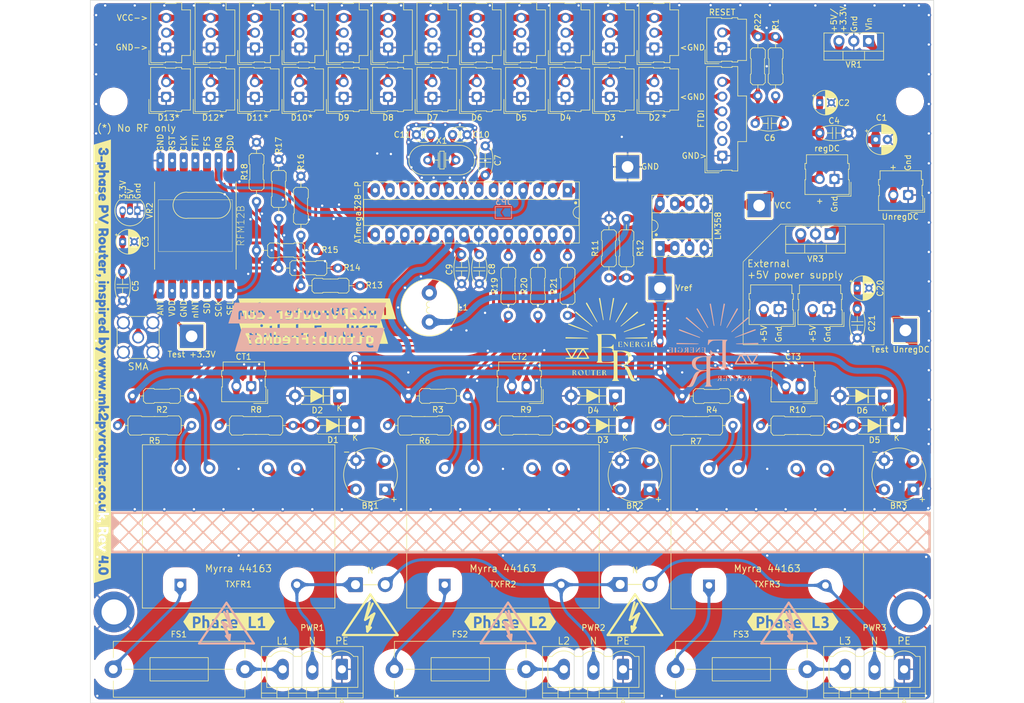
<source format=kicad_pcb>
(kicad_pcb (version 20221018) (generator pcbnew)
  (title_block (title "3 phase PV diverter - Main Board PCB") (date "2023-08-06") (rev "3") (company "Inspired by www.mk2pvrouter.co.uk"))
  (layers (0 "F.Cu" signal) (31 "B.Cu" signal) (34 "B.Paste" user) (35 "F.Paste" user) (36 "B.SilkS" user "B.Silkscreen") (37 "F.SilkS" user "F.Silkscreen") (38 "B.Mask" user) (39 "F.Mask" user) (44 "Edge.Cuts" user))
  (net 0 "")
  (net 1 "UnregDC+")
  (net 2 "Net-(BR1-Pad2)")
  (net 3 "Net-(BR1-Pad4)")
  (net 4 "Net-(BR2-Pad2)")
  (net 5 "Net-(BR2-Pad4)")
  (net 6 "VCC")
  (net 7 "GND")
  (net 8 "Net-(BR3-Pad2)")
  (net 9 "Net-(BR3-Pad4)")
  (net 10 "Net-(IC1-AREF)")
  (net 11 "Net-(J0-DTR)")
  (net 12 "Net-(CN9-Pad1)")
  (net 13 "VREF")
  (net 14 "Net-(IC1-PB6{slash}XTAL1{slash}TOSC1)")
  (net 15 "Net-(IC1-PB7{slash}XTAL2{slash}TOSC)")
  (net 16 "Net-(CT1-Pin_1)")
  (net 17 "Net-(FS1-Pad1)")
  (net 18 "Net-(CT2-Pin_1)")
  (net 19 "Net-(FS2-Pad1)")
  (net 20 "Net-(CT3-Pin_1)")
  (net 21 "Net-(FS3-Pad1)")
  (net 22 "Net-(PWR1-L)")
  (net 23 "RX")
  (net 24 "TX")
  (net 25 "/D2")
  (net 26 "/D3")
  (net 27 "/D4")
  (net 28 "/D5")
  (net 29 "/D6")
  (net 30 "/D7")
  (net 31 "/D8")
  (net 32 "/D9")
  (net 33 "/D10")
  (net 34 "/D11")
  (net 35 "/D12")
  (net 36 "/D13")
  (net 37 "A0")
  (net 38 "A1")
  (net 39 "A2")
  (net 40 "A3")
  (net 41 "A4")
  (net 42 "A5")
  (net 43 "Net-(PWR2-L)")
  (net 44 "Net-(PWR3-L)")
  (net 45 "Earth")
  (net 46 "Net-(R5-Pad1)")
  (net 47 "Net-(R6-Pad1)")
  (net 48 "Net-(R7-Pad1)")
  (net 49 "Net-(R13-Pad2)")
  (net 50 "Net-(R14-Pad2)")
  (net 51 "Net-(R15-Pad2)")
  (net 52 "Net-(IC2A-+)")
  (net 53 "Net-(IC2B--)")
  (net 57 "Net-(JP1-A)")
  (net 58 "Net-(JP1-B)")
  (net 59 "RESET")
  (net 60 "+5V")
  (net 61 "+3.3V")
  (net 62 "AVCC")
  (net 63 "Net-(JP2-B)")
  (net 64 "Net-(JP3-B)")
  (footprint "Library:Molex_SL_171971-0002_1x02_P2.54mm_Vertical" (layer "F.Cu") (at 66.339868 31.8262 90)
    (fp_text reference "J23" hide)
    (fp_text value "D8")
  )
  (footprint "PCM_Fuse_AKL:Fuseholder_Cylinder-5x20mm_Stelvio-Kontek_PTF78_Horizontal_Open" (layer "F.Cu") (at 115.7 130.0875)
    (fp_text reference "FS3")
    (fp_text value "100mA" hide)
  )
  (footprint "Library:Molex_SL_171971-0006_1x06_P2.54mm_Vertical" (layer "F.Cu") (at 123.719996 41.93 90)
    (fp_text reference "J0" hide)
    (fp_text value "FTDI")
  )
  (footprint "PCM_Capacitor_THT_AKL:C_Disc_D4.7mm_W2.5mm_P5.00mm" (layer "F.Cu") (at 78.9686 58.8918 -90)
    (fp_text reference "C9")
    (fp_text value "100nF" hide)
  )
  (footprint "TestPoint:TestPoint_THTPad_4.0x4.0mm_Drill2.0mm" (layer "F.Cu") (at 107.4674 43.8404)
    (fp_text reference "TP3" hide)
    (fp_text value "GND")
  )
  (footprint "Capacitor_THT:CP_Radial_D4.0mm_P2.00mm" (layer "F.Cu") (at 140.4439 32.8094)
    (fp_text reference "C2")
    (fp_text value "10uF")
  )
  (footprint "PCM_Resistor_THT_AKL:R_Axial_DIN0207_L6.3mm_D2.5mm_P10.16mm_Horizontal" (layer "F.Cu") (at 92.075 69.342 90)
    (fp_text reference "R20")
    (fp_text value "1K" hide)
  )
  (footprint "Library:Molex_SL_171971-0003_1x03_P2.54mm_Vertical" (layer "F.Cu") (at 96.8248 23.3426 90)
    (fp_text reference "J4" hide)
    (fp_text value "D4" hide)
  )
  (footprint "Library:Molex_SL_171971-0002_1x02_P2.54mm_Vertical" (layer "F.Cu") (at 28.250453 31.8262 90)
    (fp_text reference "J28" hide)
    (fp_text value "D13")
  )
  (footprint "Library:Molex_SL_171971-0002_1x02_P2.54mm_Vertical" (layer "F.Cu") (at 104.429283 31.8262 90)
    (fp_text reference "J17" hide)
    (fp_text value "D3")
  )
  (footprint "RF_Module:RFM12B" (layer "F.Cu") (at 33.26892 53.9242 -90)
    (fp_text reference "RF1" hide)
    (fp_text value "RFM12B")
  )
  (footprint "PCM_Package_DIP_AKL:DIP-28_W7.62mm_Socket_LongPads" (layer "F.Cu") (at 97.155 47.8536 -90)
    (fp_text reference "IC1" hide)
    (fp_text value "ATmega328-P")
  )
  (footprint "PCM_Fuse_AKL:Fuseholder_Cylinder-5x20mm_Stelvio-Kontek_PTF78_Horizontal_Open" (layer "F.Cu") (at 19.18 130.0875)
    (fp_text reference "FS1")
    (fp_text value "100mA" hide)
  )
  (footprint "PCM_Diode_THT_AKL:D_DO-41_SOD81_P7.62mm_Horizontal" (layer "F.Cu") (at 151.5618 83.185 180)
    (fp_text reference "D6")
    (fp_text value "1N4007" hide)
  )
  (footprint "MountingHole:MountingHole_4.3mm_M4_DIN965" (layer "F.Cu") (at 155.956 32.6136)
    (fp_text reference "REF4" hide)
    (fp_text value "MountingHole_4.3mm_M4_DIN965")
  )
  (footprint "PCM_Resistor_THT_AKL:R_Axial_DIN0207_L6.3mm_D2.5mm_P10.16mm_Horizontal" (layer "F.Cu") (at 132.882 21.4884 -90)
    (fp_text reference "R1")
    (fp_text value "47K" hide)
  )
  (footprint "MountingHole:MountingHole_4.3mm_M4_ISO14580_Pad_TopBottom" (layer "F.Cu") (at 19.304 120.2436)
    (fp_text reference "REF1" hide)
    (fp_text value "MountingHole_4.3mm_M4_ISO14580_Pad_TopBottom")
  )
  (footprint "PCM_Fuse_AKL:Fuseholder_Cylinder-5x20mm_Stelvio-Kontek_PTF78_Horizontal_Open" (layer "F.Cu") (at 67.44 130.0875)
    (fp_text reference "FS2")
    (fp_text value "100mA" hide)
  )
  (footprint "PCM_Resistor_THT_AKL:R_Axial_DIN0309_L9.0mm_D3.2mm_P12.70mm_Horizontal" (layer "F.Cu") (at 78.9686 88.2396 180)
    (fp_text reference "R6")
    (fp_text value "1K" hide)
  )
  (footprint "Library:Molex_SL_171971-0003_1x03_P2.54mm_Vertical" (layer "F.Cu") (at 81.589034 23.3426 90)
    (fp_text reference "J6" hide)
    (fp_text value "D6" hide)
  )
  (footprint "TestPoint:TestPoint_THTPad_4.0x4.0mm_Drill2.0mm" (layer "F.Cu") (at 155.1686 71.9074)
    (fp_text reference "TP0" hide)
    (fp_text value "Test UnregDC")
  )
  (footprint "PCM_Capacitor_THT_AKL:C_Disc_D4.7mm_W2.5mm_P5.00mm" (layer "F.Cu") (at 146.9 68.2136 -90)
    (fp_text reference "C21")
    (fp_text value "100nF" hide)
  )
  (footprint "Library:Molex_SL_171971-0002_1x02_P2.54mm_Vertical" (layer "F.Cu") (at 35.868336 31.8262 90)
    (fp_text reference "J27" hide)
    (fp_text value "D12")
  )
  (footprint "PCM_Diode_THT_AKL:Diode_Bridge_Round_D9.0mm" (layer "F.Cu") (at 65.8368 99.2086 180)
    (fp_text reference "BR1")
    (fp_text value "B40R" hide)
  )
  (footprint "Library:Molex_SL_171971-0002_1x02_P2.54mm_Vertical" (layer "F.Cu") (at 141.7828 68.2632 180)
    (fp_text reference "J15" hide)
    (fp_text value "+5V")
  )
  (footprint "PCM_Resistor_THT_AKL:R_Axial_DIN0207_L6.3mm_D2.5mm_P10.16mm_Horizontal" (layer "F.Cu") (at 86.995 69.342 90)
    (fp_text reference "R19")
    (fp_text value "1K" hide)
  )
  (footprint "Package_TO_SOT_THT:TO-92_Inline" (layer "F.Cu") (at 23.3172 51.3588 180)
    (fp_text reference "VR2")
    (fp_text value "MCP1700-3302E_TO92")
  )
  (footprint "PCM_Resistor_THT_AKL:R_Axial_DIN0309_L9.0mm_D3.2mm_P12.70mm_Horizontal" (layer "F.Cu") (at 125.5522 88.2396 180)
    (fp_text reference "R7")
    (fp_text value "1K" hide)
  )
  (footprint "PCM_Crystal_AKL:Crystal_HC49-U_Vertical" (layer "F.Cu") (at 78.0134 42.672 180)
    (fp_text reference "X1")
    (fp_text value "16MHz" hide)
  )
  (footprint "PCM_Resistor_THT_AKL:R_Axial_DIN0309_L9.0mm_D3.2mm_P12.70mm_Horizontal" (layer "F.Cu") (at 130.302 88.265)
    (fp_text reference "R10")
    (fp_text value "150" hide)
  )
  (footprint "kibuzzard-64EB6544" (layer "F.Cu") (at 53.4924 72.1868)
    (fp_text reference "kibuzzard-64EB6544" hide)
    (fp_text value "G***" hide)
  )
  (footprint "MountingHole:MountingHole_4.3mm_M4_ISO14580_Pad_TopBottom" (layer "F.Cu") (at 155.956 120.2436)
    (fp_text reference "REF2" hide)
    (fp_text value "MountingHole_4.3mm_M4_ISO14580_Pad_TopBottom")
  )
  (footprint "MountingHole:MountingHole_4.3mm_M4_DIN965" (layer "F.Cu") (at 19.2532 32.6136)
    (fp_text reference "REF3" hide)
    (fp_text value "MountingHole_4.3mm_M4_DIN965")
  )
  (footprint "Library:Molex_SL_171971-0002_1x02_P2.54mm_Vertical" (layer "F.Cu") (at 90.1446 81.4916 180)
    (fp_text reference "CT2")
    (fp_text value "Conn_01x02" hide)
  )
  (footprint "PCM_Resistor_THT_AKL:R_Axial_DIN0207_L6.3mm_D2.5mm_P10.16mm_Horizontal" (layer "F.Cu") (at 127 83.185 180)
    (fp_text reference "R4")
    (fp_text value "180" hide)
  )
  (footprint "Library:Transformer_Myrra_44163" (layer "F.Cu") (at 121.4374 115.681801 90)
    (fp_text reference "TXFR3")
    (fp_text value "Myrra 44163")
  )
  (footprint "Library:Molex_SL_171971-0003_1x03_P2.54mm_Vertical" (layer "F.Cu") (at 43.499619 23.3426 90)
    (fp_text reference "J11" hide)
    (fp_text value "D11" hide)
  )
  (footprint "PCM_Resistor_THT_AKL:R_Axial_DIN0309_L9.0mm_D3.2mm_P12.70mm_Horizontal" (layer "F.Cu") (at 32.6136 88.2396 180)
    (fp_text reference "R5")
    (fp_text value "1K" hide)
  )
  (footprint "Package_TO_SOT_THT:TO-220-3_Vertical" (layer "F.Cu") (at 148.8357 22.225 180)
    (fp_text reference "VR1")
    (fp_text value "L7805")
  )
  (footprint "Library:Symbol_HighVoltage_Type2_Silk_VerySmall" (layer "F.Cu") (at 108.7482 121.412)
    (fp_text reference "REF**" hide)
    (fp_text value "Symbol_HighVoltage_Type2_Silk_VerySmall")
  )
  (footprint "PCM_Capacitor_THT_AKL:C_Disc_D4.7mm_W2.5mm_P5.00mm" (layer "F.Cu") (at 83.0326 40.2482 -90)
    (fp_text reference "C7")
    (fp_text value "100nF" hide)
  )
  (footprint "Library:Molex_SL_171971-0002_1x02_P2.54mm_Vertical" (layer "F.Cu") (at 96.8114 31.8262 90)
    (fp_text reference "J18" hide)
    (fp_text value "D4")
  )
  (footprint "Library:Transformer_Myrra_44163" (layer "F.Cu") (at 76.073 115.5624 90)
    (fp_text reference "TXFR2")
    (fp_text value "Myrra 44163")
  )
  (footprint "Library:Molex_SL_171971-0003_1x03_P2.54mm_Vertical" (layer "F.Cu") (at 73.971151 23.3426 90)
    (fp_text reference "J7" hide)
    (fp_text value "D7" hide)
  )
  (footprint "kibuzzard-6431E749" (layer "F.Cu") (at 87.3125 121.92)
    (fp_text reference "kibuzzard-6431E749" hide)
    (fp_text value "G***" hide)
  )
  (footprint "PCM_Diode_THT_AKL:D_DO-41_SOD81_P7.62mm_Horizontal" (layer "F.Cu") (at 58.0136 83.1596 180)
    (fp_text reference "D2")
    (fp_text value "1N4007" hide)
  )
  (footprint "Library:Molex_SL_171971-0003_1x03_P2.54mm_Vertical" (layer "F.Cu") (at 51.117502 23.3426 90)
    (fp_text reference "J10" hide)
    (fp_text value "D10" hide)
  )
  (footprint "TestPoint:TestPoint_THTPad_4.0x4.0mm_Drill2.0mm" (layer "F.Cu") (at 32.6136 72.9234)
    (fp_text reference "TP4" hide)
    (fp_text value "Test +3.3V")
  )
  (footprint "Connector_Phoenix_MSTB:PhoenixContact_MSTBVA_2,5_3-G-5,08_1x03_P5.08mm_Vertical" (layer "F.Cu") (at 58.42 130.0875 180)
    (fp_text reference "PWR1")
    (fp_text value "Conn_01x03_Phase")
  )
  (footprint "Library:Molex_SL_171971-0002_1x02_P2.54mm_Vertical" (layer "F.Cu") (at 73.957751 31.8262 90)
    (fp_text reference "J22" hide)
    (fp_text value "D7")
  )
  (footprint "PCM_Capacitor_THT_AKL:C_Disc_D4.7mm_W2.5mm_P5.00mm" (layer "F.Cu") (at 20.7772 61.7982 -90)
    (fp_text reference "C5")
    (fp_text value "100nF" hide)
  )
  (footprint "Library:Molex_SL_171971-0003_1x03_P2.54mm_Vertical" (layer "F.Cu") (at 28.263853 23.3426 90)
    (fp_text reference "J13" hide)
    (fp_text value "D13" hide)
  )
  (footprint "PCM_Resistor_THT_AKL:R_Axial_DIN0207_L6.3mm_D2.5mm_P10.16mm_Horizontal" (layer "F.Cu") (at 47.5742 42.545 -90)
    (fp_text reference "R17")
    (fp_text value "10K" hide)
  )
  (footprint "PCM_Diode_THT_AKL:D_DO-41_SOD81_P7.62mm_Horizontal" (layer "F.Cu") (at 105.3846 83.1596 180)
    (fp_text reference "D4")
    (fp_text value "1N4007" hide)
  )
  (footprint "PCM_Capacitor_THT_AKL:C_Disc_D4.7mm_W2.5mm_P5.00mm" (layer "F.Cu") (at 82.0166 63.8918 90)
    (fp_text reference "C8")
    (fp_text value "100nF" hide)
  )
  (footprint "PCM_Resistor_THT_AKL:R_Axial_DIN0309_L9.0mm_D3.2mm_P12.70mm_Horizontal" (layer "F.Cu") (at 37.338 88.2396)
    (fp_text reference "R8")
    (fp_text value "150" hide)
  )
  (footprint "Library:Molex_SL_171971-0003_1x03_P2.54mm_Vertical" (layer "F.Cu") (at 58.735385 23.3426 90)
    (fp_text reference "J9" hide)
    (fp_text value "D9" hide)
  )
  (footprint "Library:Molex_SL_171971-0002_1x02_P2.54mm_Vertical" (layer "F.Cu") (at 133.4008 68.2512 180)
    (fp_text reference "J14" hide)
    (fp_text value "+5V")
  )
  (footprint "Capacitor_THT:CP_Radial_D4.0mm_P2.00mm" (layer "F.Cu") (at 146.9 64.66)
    (fp_text reference "C20")
    (fp_text value "10uF")
  )
  (footprint "Library:Molex_SL_171971-0002_1x02_P2.54mm_Vertical" (layer "F.Cu") (at 123.72 23.3 90)
    (fp_text reference "J1" hide)
    (fp_text value "RESET")
  )
  (footprint "PCM_Resistor_THT_AKL:R_Axial_DIN0207_L6.3mm_D2.5mm_P10.16mm_Horizontal" (layer "F.Cu") (at 43.7642 39.624 -90)
    (fp_text reference "R18")
    (fp_text value "10K" hide)
  )
  (footprint "PCM_Resistor_THT_AKL:R_Axial_DIN0207_L6.3mm_D2.5mm_P10.16mm_Horizontal" (layer "F.Cu") (at 51.3842 45.4406 -90)
    (fp_text reference "R16")
    (fp_text value "10K" hide)
  )
  (footprint "Package_TO_SOT_THT:TO-220-3_Vertical" (layer "F.Cu") (at 142.2654 55.372 180)
    (fp_text reference "VR3")
    (fp_text value "L7805")
  )
  (footprint "Library:Molex_SL_171971-0002_1x02_P2.54mm_Vertical" (layer "F.Cu") (at 89.193517 31.8262 90)
    (fp_text reference "J19" hide)
    (fp_text value "D5")
  )
  (footprint "Connector_Phoenix_MSTB:PhoenixContact_MSTBVA_2,5_3-G-5,08_1x03_P5.08mm_Vertical" (layer "F.Cu") (at 106.68 130.0875 180)
    (fp_text reference "PWR2")
    (fp_text value "Conn_01x03_Phase")
  )
  (footprint "kibuzzard-6431D11C" (layer "F.Cu") (at 54.173438 68.199)
    (fp_text reference "kibuzzard-6431D11C" hide)
    (fp_text value "G***" hide)
  )
  (footprint "PCM_Capacitor_THT_AKL:C_Disc_D3.8mm_W2.6mm_P2.50mm" (layer "F.Cu") (at 71.2076 38.3032)
    (fp_text reference "C11")
    (fp_text value "22pF" hide)
  )
  (footprint "TestPoint:TestPoint_THTPad_4.0x4.0mm_Drill2.0mm" (layer "F.Cu") (at 113.03 64.643)
    (fp_text reference "TP1" hide)
    (fp_text value "Vref")
  )
  (footprint "Connector_Phoenix_MSTB:PhoenixContact_MSTBVA_2,5_3-G-5,08_1x03_P5.08mm_Vertical" (layer "F.Cu") (at 154.94 130.0875 180)
    (fp_text reference "PWR3")
    (fp_text value "Conn_01x03_Phase")
  )
  (footprint "Library:Molex_SL_171971-0002_1x02_P2.54mm_Vertical" (layer "F.Cu") (at 51.104102 31.8262 90)
    (fp_text reference "J25" hide)
    (fp_text value "D10")
  )
  (footprint "TestPoint:TestPoint_THTPad_4.0x4.0mm_Drill2.0mm" (layer "F.Cu") (at 130.048 50.4698)
    (fp_text reference "TP2" hide)
    (fp_text value "VCC")
  )
  (footprint "PCM_Resistor_THT_AKL:R_Axial_DIN0309_L9.0mm_D3.2mm_P12.70mm_Horizontal" (layer "F.Cu") (at 83.6676 88.2396)
    (fp_text reference "R9")
    (fp_text value "150" hide)
  )
  (footprint "Library:Symbol_HighVoltage_Type2_Silk_VerySmall" (layer "F.Cu") (at 63.2968 121.412)
    (fp_text reference "REF**" hide)
    (fp_text value "Symbol_HighVoltage_Type2_Silk_VerySmall")
  )
  (footprint "Library:Molex_SL_171971-0003_1x03_P2.54mm_Vertical" (layer "F.Cu") (at 112.060566 23.3426 90)
    (fp_text reference "J2" hide)
    (fp_text value "D2" hide)
  )
  (footprint "Library:Molex_SL_171971-0002_1x02_P2.54mm_Vertical" (layer "F.Cu") (at 58.721985 31.8262 90)
    (fp_text reference "J24" hide)
    (fp_text value "D9")
  )
  (footprint "PCM_Resistor_THT_AKL:R_Axial_DIN0207_L6.3mm_D2.5mm_P10.16mm_Horizontal" (layer "F.Cu") (at 129.834 21.4884 -90)
    (fp_text reference "R22")
    (fp_text value "1M" hide)
  )
  (footprint "PCM_Diode_THT_AKL:D_DO-41_SOD81_P7.62mm_Horizontal" (layer "F.Cu") (at 153.67 88.265 180)
    (fp_text reference "D5")
    (fp_text value "1N4007" hide)
  )
  (footprint "Library:SolderWire-0.75sqmm_1x02_P5.08mm_D1.25mm_OD2.3mm" (layer "F.Cu") (at 106.3429 115.5212)
    (fp_text reference "JP2" hide)
    (fp_text value "SolderJumper_2_Open")
  )
  (footprint "Library:Molex_SL_171971-0002_1x02_P2.54mm_Vertical" (layer "F.Cu") (at 43.486219 31.8262 90)
    (fp_text reference "J26" hide)
    (fp_text value "D11")
  )
  (footprint "Library:Molex_SL_171971-0002_1x02_P2.54mm_Vertical" (layer "F.Cu") (at 142.9839 45.9158 180)
    (fp_text reference "J30" hide)
    (fp_text value "regDC")
  )
  (footprint "PCM_Diode_THT_AKL:D_DO-41_SOD81_P7.62mm_Horizontal" (layer "F.Cu") (at 60.706 88.2396 180)
    (fp_text reference "D1")
    (fp_text value "1N4007" hide)
  )
  (footprint "PCM_Package_DIP_AKL:DIP-8_W7.62mm_Socket_LongPads" (layer "F.Cu") (at 113.03 57.775 90)
    (fp_text reference "IC2" hide)
    (fp_text value "LM358")
  )
  (footprint "kibuzzard-6431E750" (layer "F.Cu") (at 135.8265 121.92)
    (fp_text reference "kibuzzard-6431E750" hide)
    (fp_text value "G***" hide)
  )
  (footprint "LOGO" (layer "F.Cu") (at 104.4448 73.7362)
    (fp_text reference "G***" hide)
    (fp_text value "LOGO" hide)
  )
  (footprint "PCM_Capacitor_THT_AKL:C_Disc_D4.7mm_W2.5mm_P5.00mm" (layer "F.Cu") (at 140.4439 38.03)
    (fp_text reference "C4")
    (fp_text value "100nF" hide)
  )
  (footprint "Library:Molex_SL_171971-0002_1x02_P2.54mm_Vertical" (layer "F.Cu") (at 155.6258 48.6664 180)
    (fp_text reference "J20" hide)
    (fp_text value "UnregDC")
  )
  (footprint "Library:Molex_SL_171971-0003_1x03_P2.54mm_Vertical" (layer "F.Cu") (at 104.442683 23.3426 90)
    (fp_text reference "J3" hide)
    (fp_text value "D3" hide)
  )
  (footprint "Library:Molex_SL_171971-0002_1x02_P2.54mm_Vertical" (layer "F.Cu") (at 137.16 81.517 180)
    (fp_text reference "CT3")
    (fp_text value "Conn_01x02" hide)
  )
  (footprint "PCM_Resistor_THT_AKL:R_Axial_DIN0207_L6.3mm_D2.5mm_P10.16mm_Horizontal" (layer "F.Cu") (at 57.7342 61.214 180)
    (fp_text reference "R14")
    (fp_text value "4,7K" hide)
  )
  (footprint "PCM_Resistor_THT_AKL:R_Axial_DIN0207_L6.3mm_D2.5mm_P10.16mm_Horizontal" (layer "F.Cu") (at 32.6136 83.1596 180)
    (fp_text reference "R2")
    (fp_text value "180" hide)
  )
  (footprint "Capacitor_THT:CP_Radial_D5.0mm_P2.00mm" (layer "F.Cu") (at 150.073288 39.1414)
    (fp_text reference "C1")
    (fp_text value "100uF")
  )
  (footprint "Library:Molex_SL_171971-0002_1x02_P2.54mm_Vertical" (layer "F.Cu") (at 81.579166 31.8262 90)
    (fp_text reference "J21" hide)
    (fp_text value "D6")
  )
  (footprint "Library:Transformer_Myrra_44163" (layer "F.Cu") (at 30.690925 115.5624 90)
    (fp_text reference "TXFR1")
    (fp_text value "Myrra 44163")
  )
  (footprint "PCM_Resistor_THT_AKL:R_Axial_DIN0207_L6.3mm_D2.5mm_P10.16mm_Horizontal" (layer "F.Cu") (at 104.26 62.8904 90)
    (fp_text reference "R11")
    (fp_text value "10K" hide)
  )
  (footprint "Library:Molex_SL_171971-0003_1x03_P2.54mm_Vertical" (layer "F.Cu") (at 89.206917 23.3426 90)
    (fp_text reference "J5" hide)
    (fp_text value "D5" hide)
  )
  (footprint "Library:Molex_SL_171971-0003_1x03_P2.54mm_Vertical" (layer "F.Cu") (at 35.881736 23.3426 90)
    (fp_text reference "J12" hide)
    (fp_text value "D12" hide)
  )
  (footprint "Capacitor_THT:CP_Radial_D4.0mm_P2.00mm" (layer "F.Cu") (at 20.7772 56.6928)
    (fp_text reference "C3")
    (fp_text value "10uF")
  )
  (footprint "PCM_Diode_THT_AKL:Diode_Bridge_Round_D9.0mm" (layer "F.Cu") (at 156.5402 99.2086 180)
    (fp_text reference "BR3")
    (fp_text value "B40R" hide)
  )
  (footprint "PCM_Inductor_THT_AKL:L_Radial_D9.5mm_P5.00mm_Fastron_07HVP" (layer "F.Cu") (at 73.431405 70.4704 90)
    (fp_text reference "L1")
    (fp_text value "10uH" hide)
  )
  (footprint "Library:SolderWire-0.75sqmm_1x02_P5.08mm_D1.25mm_OD2.3mm" (layer "F.Cu") (at 60.9023 115.5644)
    (fp_text reference "JP1" hide)
    (fp_text value "SolderJumper_2_Open")
  )
  (footprint "PCM_Resistor_THT_AKL:R_Axial_DIN0207_L6.3mm_D2.5mm_P10.16mm_Horizontal" (layer "F.Cu") (at 107.2642 52.7304 -90)
    (fp_text reference "R12")
    (fp_text value "10K" hide)
  )
  (footprint "Library:Molex_SL_171971-0003_1x03_P2.54mm_Vertical" (layer "F.Cu") (at 66.353268 23.3426 90)
    (fp_text reference "J8" hide)
    (fp_text value "D8" hide)
  )
  (footprint "PCM_Resistor_THT_AKL:R_Axial_DIN0207_L6.3mm_D2.5mm_P10.16mm_Horizontal" (layer "F.Cu") (at 61.5442 64.2366 180)
    (fp_text reference "R13")
    (fp_text value "4,7K" hide)
  )
  (footprint "PCM_Capacitor_THT_AKL:C_Disc_D3.8mm_W2.6mm_P2.50mm" (layer "F.Cu") (at 79.9192 38.3032 180)
    (fp_text reference "C10")
    (fp_text value "22pF" hide)
  )
  (footprint "Library:Molex_SL_171971-0002_1x02_P2.54mm_Vertical" (layer "F.Cu") (at 42.8498 81.4916 180)
    (fp_text reference "CT1")
    (fp_text value "Conn_01x02" hide)
  )
  (footprint "PCM_Capacitor_THT_AKL:C_Disc_D4.7mm_W2.5mm_P5.00mm" (layer "F.Cu") (at 134.366 36.3728 180)
    (fp_text reference "C6")
    (fp_text value "100nF" hide)
  )
  (footprint "kibuzzard-653ECDA3" (layer "F.Cu") (at 17.272 77.216 -90)
    (fp_text reference "kibuzzard-653ECDA3" hide)
    (fp_text value "G***" hide)
  )
  (footprint "PCM_Diode_THT_AKL:Diode_Bridge_Round_D9.0mm" (layer "F.Cu") (at 111.2482 99.2086 180)
    (fp_text reference "BR2")
    (fp_text value "B40R" hide)
  )
  (footprint "Connector_Coaxial:SMA_Amphenol_132291-12_Vertical" (layer "F.Cu") (at 23.4442 73.1266)
    (fp_text reference "CN9" hide)
    (fp_text value "SMA")
  )
  (footprint "kibuzzard-6431E73F" (layer "F.Cu") (at 39.0525 121.92)
    (fp_text reference "kibuzzard-6431E73F" hide)
    (fp_text value "G***" hide)
  )
  (footprint "Library:Molex_SL_171971-0002_1x02_P2.54mm_Vertical" (layer "F.Cu") (at 112.060566 31.8262 90)
    (fp_text reference "J16" hide)
    (fp_text value "D2")
  )
  (footprint "PCM_Resistor_THT_AKL:R_Axial_DIN0207_L6.3mm_D2.5mm_P10.16mm_Horizontal" (layer "F.Cu") (at 79.9846 83.1596 180)
    (fp_text reference "R3")
    (fp_text value "180" hide)
  )
  (footprint "PCM_Resistor_THT_AKL:R_Axial_DIN0207_L6.3mm_D2.5mm_P10.16mm_Horizontal" (layer "F.Cu") (at 53.9242 58.166 180)
    (fp_text reference "R15")
    (fp_text value "4,7K" hide)
  )
  (footprint "PCM_Diode_THT_AKL:D_DO-41_SOD81_P7.62mm_Horizontal" (layer "F.Cu") (at 107.0356 88.2396 180)
    (fp_text reference "D3")
    (fp_text value "1N4007" hide)
  )
  (footprint "PCM_Resistor_THT_AKL:R_Axial_DIN0207_L6.3mm_D2.5mm_P10.16mm_Horizontal" (layer "F.Cu") (at 97.155 69.342 90)
    (fp_text reference "R21")
    (fp_text value "1K" hide)
  )
  (footprint "Jumper:SolderJumper-2_P1.3mm_Open_TrianglePad1.0x1.5mm" (layer "B.Cu") (at 86.143 51.6636 180)
    (fp_text reference "JP3")
    (fp_text value "SolderJumper_2_Open")
  )
  (footprint "kibuzzard-6431D11C" (layer "B.Cu") (at 52.4764 68.9356 180)
    (fp_text reference "kibuzzard-6431D11C" hide)
    (fp_text value "G***" hide)
  )
  (footprint "kibuzzard-64EB6544" (layer "B.Cu") (at 52.8828 73.5076 180)
    (fp_text reference "kibuzzard-64EB6544" hide)
    (fp_text value "G***" hide)
  )
  (footprint "Library:Symbol_HighVoltage_Type2_Silk_VerySmall" (layer "B.Cu") (at 135.128 122.8598 180)
    (fp_text reference "REF**" hide)
    (fp_text value "Symbol_HighVoltage_Type2_Silk_VerySmall")
  )
  (footprint "LOGO" (layer "B.Cu") (at 122.28171 74.711377 180)
    (fp_text reference "G***" hide)
    (fp_text value "LOGO" hide)
  )
  (footprint "Library:Symbol_HighVoltage_Type2_Silk_VerySmall" (layer "B.Cu") (at 86.9442 122.8344 180)
    (fp_text reference "REF**" hide)
    (fp_text value "Symbol_HighVoltage_Type2_Silk_VerySmall")
  )
  (footprint "Library:Symbol_HighVoltage_Type2_Silk_VerySmall" (layer "B.Cu") (at 38.608 122.8598 180)
    (fp_text reference "REF**" hide)
    (fp_text value "Symbol_HighVoltage_Type2_Silk_VerySmall")
  )
  (gr_line (start 107.5798 115.5192) (end 109.9166 115.5192) (stroke (width 0.15)) (layer "F.SilkS"))
  (gr_poly (pts (xy 151.4856 74.3712) (xy 127.3048 74.3712) (xy 127.3048 60.1472) (xy 133.731 53.6702) (xy 151.4856 53.6702)) (stroke (width 0.1)) (fill none) (layer "F.SilkS"))
  (gr_line (start 62.1392 115.57) (end 64.476 115.57) (stroke (width 0.15)) (layer "F.SilkS"))
  (gr_arc (start 153.162 132.842) (mid 152.4 133.604) (end 151.638 132.842) (stroke (width 0.1)) (layer "Edge.Cuts"))
  (gr_arc (start 56.642 132.842) (mid 55.88 133.604) (end 55.118 132.842) (stroke (width 0.1)) (layer "Edge.Cuts"))
  (gr_arc (start 51.562 132.842) (mid 50.8 133.604) (end 50.038 132.842) (stroke (width 0.1)) (layer "Edge.Cuts"))
  (gr_line (start 56.642 127.254) (end 56.642 132.842) (stroke (width 0.1)) (layer "Edge.Cuts"))
  (gr_line (start 55.118 127.254) (end 55.118 132.842) (stroke (width 0.1)) (layer "Edge.Cuts"))
  (gr_line (start 103.378 127.254) (end 103.378 132.842) (stroke (width 0.1)) (layer "Edge.Cuts"))
  (gr_arc (start 151.638 127.254) (mid 152.4 126.492) (end 153.162 127.254) (stroke (width 0.1)) (layer "Edge.Cuts"))
  (gr_arc (start 146.558 127.254) (mid 147.32 126.492) (end 148.082 127.254) (stroke (width 0.1)) (layer "Edge.Cuts"))
  (gr_arc (start 104.902 132.842) (mid 104.14 133.604) (end 103.378 132.842) (stroke (width 0.1)) (layer "Edge.Cuts"))
  (gr_arc (start 103.378 127.254) (mid 104.14 126.492) (end 104.902 127.254) (stroke (width 0.1)) (layer "Edge.Cuts"))
  (gr_line (start 98.298 127.254) (end 98.298 132.842) (stroke (width 0.1)) (layer "Edge.Cuts"))
  (gr_line (start 99.822 127.254) (end 99.822 132.842) (stroke (width 0.1)) (layer "Edge.Cuts"))
  (gr_line (start 153.162 127.254) (end 153.162 132.842) (stroke (width 0.1)) (layer "Edge.Cuts"))
  (gr_arc (start 99.822 132.842) (mid 99.06 133.604) (end 98.298 132.842) (stroke (width 0.1)) (layer "Edge.Cuts"))
  (gr_arc (start 98.298 127.254) (mid 99.06 126.492) (end 99.822 127.254) (stroke (width 0.1)) (layer "Edge.Cuts"))
  (gr_line (start 50.038 127.254) (end 50.038 132.842) (stroke (width 0.1)) (layer "Edge.Cuts"))
  (gr_line (start 104.902 127.254) (end 104.902 132.842) (stroke (width 0.1)) (layer "Edge.Cuts"))
  (gr_line (start 151.638 127.254) (end 151.638 132.842) (stroke (width 0.1)) (layer "Edge.Cuts"))
  (gr_arc (start 148.082 132.842) (mid 147.32 133.604) (end 146.558 132.842) (stroke (width 0.1)) (layer "Edge.Cuts"))
  (gr_arc (start 55.118 127.254) (mid 55.88 126.492) (end 56.642 127.254) (stroke (width 0.1)) (layer "Edge.Cuts"))
  (gr_line (start 148.082 127.254) (end 148.082 132.842) (stroke (width 0.1)) (layer "Edge.Cuts"))
  (gr_line (start 146.558 127.254) (end 146.558 132.842) (stroke (width 0.1)) (layer "Edge.Cuts"))
  (gr_line (start 51.562 127.254) (end 51.562 132.842) (stroke (width 0.1)) (layer "Edge.Cuts"))
  (gr_arc (start 50.038 127.254) (mid 50.8 126.492) (end 51.562 127.254) (stroke (width 0.1)) (layer "Edge.Cuts"))
  (gr_rect (start 15.24 15.24) (end 160.02 135.89) (stroke (width 0.1)) (fill none) (layer "Edge.Cuts"))
  (gr_text "VCC->" (at 22.447238 18.2372) (layer "F.SilkS") (effects (font (size 1 1))))
  (gr_text "Gnd" (at 142.9839 50.2338 90) (layer "F.SilkS") (effects (font (size 1 1))))
  (gr_text "3.3V" (at 20.824843 47.766315 90) (layer "F.SilkS") (effects (font (size 1 1))))
  (gr_text "FFS" (at 35.268744 41.3004 90) (layer "F.SilkS") (effects (font (size 1 1)) (justify left)))
  (gr_text "ANT" (at 27.260974 66.5734 90) (layer "F.SilkS") (effects (font (size 1 1)) (justify right)))
  (gr_text "*" (at 37.767683 35.4584) (layer "F.SilkS") (effects (font (size 1.2 1.2))))
  (gr_text "SCK" (at 37.260104 66.5734 90) (layer "F.SilkS") (effects (font (size 1 1)) (justify right)))
  (gr_text "GND>" (at 118.9228 41.93) (layer "F.SilkS") (effects (font (size 1 1))))
  (gr_text "GND" (at 31.260626 66.5734 90) (layer "F.SilkS") (effects (font (size 1 1)) (justify right)))
  (gr_text "GND" (at 27.26944 41.3004 90) (layer "F.SilkS") (effects (font (size 1 1)) (justify left)))
  (gr_text "(*) No RF only" (at 23.1648 37.1856) (layer "F.SilkS") (effects (font (size 1.2 1.2))))
  (gr_text "Gnd" (at 155.6004 43.1038 90) (layer "F.SilkS") (effects (font (size 1 1))))
  (gr_text "Gnd" (at 146.3548 19.304 90) (layer "F.SilkS") (effects (font (size 1 1))))
  (gr_text "+" (at 140.4439 49.671538) (layer "F.SilkS") (effects (font (size 1 1))))
  (gr_text "*" (at 45.385566 35.4584) (layer "F.SilkS") (effects (font (size 1.2 1.2))))
  (gr_text "Gnd" (at 23.3426 47.9806 90) (layer "F.SilkS") (effects (font (size 1 1))))
  (gr_text "VDD" (at 29.2608 66.5734 90) (layer "F.SilkS") (effects (font (size 1 1)) (justify right)))
  (gr_text "GND->" (at 22.352 23.3172) (layer "F.SilkS") (effects (font (size 1 1))))
  (gr_text "<GND" (at 118.5926 31.8262) (layer "F.SilkS") (effects (font (size 1 1))))
  (gr_text "SDI" (at 35.260278 66.5734 90) (layer "F.SilkS") (effects (font (size 1 1)) (justify right)))
  (gr_text "RST" (at 29.269266 41.3004 90) (layer "F.SilkS") (effects (font (size 1 1)) (justify left)))
  (gr_text "*" (at 113.7158 35.4584) (layer "F.SilkS") (effects (font (size 1.2 1.2))))
  (gr_text "5V" (at 22.094843 48.4806 90) (layer "F.SilkS") (effects (font (size 1 1))))
  (gr_text "+5V/\n+3.3V" (at 143.6878 20.828 90) (layer "F.SilkS") (effects (font (size 1 1)) (justify left)))
  (gr_text "*" (at 53.003449 35.4584) (layer "F.SilkS") (effects (font (size 1.2 1.2))))
  (gr_text "SD0" (at 39.2684 41.3004 90) (layer "F.SilkS") (effects (font (size 1 1)) (justify left)))
  (gr_text "Vin" (at 148.8948 19.304 90) (layer "F.SilkS") (effects (font (size 1 1))))
  (gr_text "Gnd" (at 141.7828 72.5678 90) (layer "F.SilkS") (effects (font (size 1 1))))
  (gr_text "FFTI" (at 33.268918 41.3004 90) (layer "F.SilkS") (effects (font (size 1 1)) (justify left)))
  (gr_text "Gnd" (at 133.4008 72.5678 90) (layer "F.SilkS") (effects (font (size 1 1))))
  (gr_text "+" (at 153.0604 43.8658) (layer "F.SilkS") (effects (font (size 1 1))))
  (gr_text "IRQ" (at 37.26857 41.3004 90) (layer "F.SilkS") (effects (font (size 1 1)) (justify left)))
  (gr_text "<GND" (at 118.5926 23.3426) (layer "F.SilkS") (effects (font (size 1 1))))
  (gr_text "SEL" (at 39.259934 66.5734 90) (layer "F.SilkS") (effects (font (size 1 1)) (justify right)))
  (gr_text "*" (at 30.1498 35.4584) (layer "F.SilkS") (effects (font (size 1.2 1.2))))
  (gr_text "nINT" (at 33.260452 66.5734 90) (layer "F.SilkS") (effects (font (size 1 1)) (justify right)))
  (gr_text "CLK" (at 31.269092 41.3004 90) (layer "F.SilkS") (effects (font (size 1 1)) (justify left)))
  (gr_text "External\n+5V power supply" (at 127.9158 61.4172) (layer "F.SilkS") (effects (font (size 1.2 1.2)) (justify left)))
  (segment (start 153.0858 48.6664) (end 153.0858 47.6377) (width 1) (layer "F.Cu") (net 1))
  (segment (start 154.3812 71.12) (end 155.956 72.6948) (width 1) (layer "F.Cu") (net 1))
  (segment (start 149.441794 22.831094) (end 148.8357 22.225) (width 1) (layer "F.Cu") (net 1))
  (segment (start 147.756156 39.746643) (end 147.1807 40.3221) (width 1) (layer "F.Cu") (net 1))
  (segment (start 154.3812 71.12) (end 154.1272 70.866) (width 1) (layer "F.Cu") (net 1))
  (segment (start 146 43.172561) (end 146 49.383436) (width 1) (layer "F.Cu") (net 1))
  (segment (start 156.7434 90.142485) (end 156.7434 74.595751) (width 1) (layer "F.Cu") (net 1))
  (segment (start 155.6152 100.1336) (end 156.5402 99.2086) (width 1) (layer "F.Cu") (net 1))
  (segment (start 152.358399 45.881599) (end 151.579544 45.102744) (width 1) (layer "F.Cu") (net 1))
  (segment (start 153.382052 101.0586) (end 114.406347 101.0586) (width 1) (layer "F.Cu") (net 1))
  (segment (start 144.406207 53.231192) (end 142.2654 55.372) (width 1) (layer "F.Cu") (net 1))
  (segment (start 158.4706 95.913201) (end 158.4706 94.312314) (width 1) (layer "F.Cu") (net 1))
  (segment (start 153.0858 48.6664) (end 153.0858 68.351837) (width 1) (layer "F.Cu") (net 1))
  (segment (start 68.994947 101.0586) (end 108.090052 101.0586) (width 1) (layer "F.Cu") (net 1))
  (segment (start 150.073288 41.46632) (end 150.073288 39.1414) (width 1) (layer "F.Cu") (net 1))
  (segment (start 149.217344 39.1414) (end 150.073288 39.1414) (width 1) (layer "F.Cu") (net 1))
  (segment (start 150.047888 24.294334) (end 150.047888 39.0906) (width 1) (layer "F.Cu") (net 1))
  (segment (start 66.7618 100.1336) (end 65.8368 99.2086) (width 1) (layer "F.Cu") (net 1))
  (segment (start 157.5054 98.2434) (end 156.5402 99.2086) (width 1) (layer "F.Cu") (net 1))
  (arc (start 149.217344 39.1414) (mid 148.426554 39.298697) (end 147.756156 39.746643) (width 1) (layer "F.Cu") (net 1))
  (arc (start 146 49.383436) (mid 145.585786 51.465826) (end 144.406207 53.231192) (width 1) (layer "F.Cu") (net 1))
  (arc (start 150.073288 41.46632) (mid 150.464751 43.434338) (end 151.579544 45.102744) (width 1) (layer "F.Cu") (net 1))
  (arc (start 155.6152 100.1336) (mid 154.590623 100.8182) (end 153.382052 101.0586) (width 1) (layer "F.Cu") (net 1))
  (arc (start 152.358399 45.881599) (mid 152.896754 46.687305) (end 153.0858 47.6377) (width 1) (layer "F.Cu") (net 1))
  (arc (start 158.4706 95.913201) (mid 158.219752 97.174295) (end 157.5054 98.2434) (width 1) (layer "F.Cu") (net 1))
  (arc (start 112.1732 100.1336) (mid 113.197776 100.8182) (end 114.406347 101.0586) (width 1) (layer "F.Cu") (net 1))
  (arc (start 147.1807 40.3221) (mid 146.306853 41.629902) (end 146 43.172561) (width 1) (layer "F.Cu") (net 1))
  (arc (start 110.3232 100.1336) (mid 109.298623 100.8182) (end 108.090052 101.0586) (width 1) (layer "F.Cu") (net 1))
  (arc (start 153.0858 68.351837) (mid 153.356451 69.712492) (end 154.1272 70.866) (width 1) (layer "F.Cu") (net 1))
  (arc (start 157.607 92.2274) (mid 158.246157 93.183966) (end 158.4706 94.312314) (width 1) (layer "F.Cu") (net 1))
  (arc (start 149.441794 22.831094) (mid 149.890369 23.502434) (end 150.047888 24.294334) (width 1) (layer "F.Cu") (net 1))
  (arc (start 66.7618 100.1336) (mid 67.786376 100.8182) (end 68.994947 101.0586) (width 1) (layer "F.Cu") (net 1))
  (arc (start 155.956 72.6948) (mid 156.538761 73.566963) (end 156.7434 74.595751) (width 1) (layer "F.Cu") (net 1))
  (arc (start 156.7434 90.142485) (mid 156.967842 91.270832) (end 157.607 92.2274) (width 1) (layer "F.Cu") (net 1))
  (arc (start 112.1732 100.1336) (mid 111.2482 99.750452) (end 110.3232 100.1336) (width 1) (layer "F.Cu") (net 1))
  (segment (start 64.657001 95.388399) (end 65.8368 94.2086) (width 1) (layer "F.Cu") (net 2))
  (segment (start 51.193825 96.065298) (end 50.690926 95.562399) (width 1) (layer "F.Cu") (net 2))
  (segment (start 61.808714 96.568198) (end 52.407932 96.568198) (width 1) (layer "F.Cu") (net 2))
  (arc (start 64.657001 95.388399) (mid 63.350195 96.261578) (end 61.808714 96.568198) (width 1) (layer "F.Cu") (net 2))
  (arc (start 51.193825 96.065298) (mid 51.750862 96.437498) (end 52.407932 96.568198) (width 1) (layer "F.Cu") (net 2))
  (segment (start 47.743334 97.614807) (end 45.690926 95.562399) (width 1) (layer "F.Cu") (net 3))
  (segment (start 51.59109 99.2086) (end 60.8368 99.2086) (width 1) (layer "F.Cu") (net 3))
  (arc (start 47.743334 97.614807) (mid 49.508699 98.794386) (end 51.59109 99.2086) (width 1) (layer "F.Cu") (net 3))
  (segment (start 96.5759 96.065298) (end 96.073001 95.562399) (width 1) (layer "F.Cu") (net 4))
  (segment (start 107.220114 96.568198) (end 97.790007 96.568198) (width 1) (layer "F.Cu") (net 4))
  (segment (start 110.068401 95.388399) (end 111.2482 94.2086) (width 1) (layer "F.Cu") (net 4))
  (arc (start 96.5759 96.065298) (mid 97.132937 96.437498) (end 97.790007 96.568198) (width 1) (layer "F.Cu") (net 4))
  (arc (start 110.068401 95.388399) (mid 108.761595 96.261578) (end 107.220114 96.568198) (width 1) (layer "F.Cu") (net 4))
  (segment (start 93.238408 97.593207) (end 91.073001 95.4278) (width 1) (layer "F.Cu") (net 5))
  (segment (start 97.086164 99.187) (end 106.2266 99.187) (width 1) (layer "F.Cu") (net 5))
  (arc (start 93.238408 97.593207) (mid 95.003773 98.772786) (end 97.086164 99.187) (width 1) (layer "F.Cu") (net 5))
  (segment (start 142.85085 25.689148) (end 142.037692 26.502307) (width 1) (layer "F.Cu") (net 6))
  (segment (start 22.0472 37.833235) (end 22.0472 51.3588) (width 1) (layer "F.Cu") (net 6))
  (segment (start 97.6376 18.2626) (end 104.442683 18.2626) (width 1) (layer "F.Cu") (net 6))
  (segment (start 43.499619 18.2626) (end 51.117502 18.2626) (width 1) (layer "F.Cu") (net 6))
  (segment (start 132.882 21.4884) (end 134.804207 23.410607) (width 1) (layer "F.Cu") (net 6))
  (segment (start 23.8252 33.540764) (end 23.8252 21.774801) (width 1) (layer "F.Cu") (net 6))
  (segment (start 82.473799 45.806999) (end 82.441016 45.839783) (width 1) (layer "F.Cu") (net 6))
  (segment (start 94.3864 18.2626) (end 89.206917 18.2626) (width 1) (layer "F.Cu") (net 6))
  (segment (start 104.442683 18.2626) (end 112.060566 18.2626) (width 1) (layer "F.Cu") (net 6))
  (segment (start 140.4439 32.8094) (end 140.4439 30.350063) (width 1) (layer "F.Cu") (net 6))
  (segment (start 136.855963 45.9158) (end 139.8342 45.9158) (width 1) (layer "F.Cu") (net 6))
  (segment (start 28.263853 18.2626) (end 35.881736 18.2626) (width 1) (layer "F.Cu") (net 6))
  (segment (start 115.414828 47.0662) (end 121.139236 47.0662) (width 1) (layer "F.Cu") (net 6))
  (segment (start 129.834 21.4884) (end 128.201992 19.856392) (width 1) (layer "F.Cu") (net 6))
  (segment (start 125.647327 49.320327) (end 124.986992 48.659992) (width 1) (layer "F.Cu") (net 6))
  (segment (start 66.353268 18.2626) (end 58.735385 18.2626) (width 1) (layer "F.Cu") (net 6))
  (segment (start 81.915 47.1097) (end 81.915 47.8536) (width 1) (layer "F.Cu") (net 6))
  (segment (start 140.4439 32.8094) (end 140.4439 38.03) (width 1) (layer "F.Cu") (net 6))
  (segment (start 73.971151 18.2626) (end 81.589034 18.2626) (width 1) (layer "F.Cu") (net 6))
  (segment (start 139.21814 38.03) (end 140.4439 38.03) (width 1) (layer "F.Cu") (net 6))
  (segment (start 113.03 49.7182) (end 113.03 50.5918) (width 1) (layer "F.Cu") (net 6))
  (segment (start 124.354236 18.2626) (end 112.060566 18.2626) (width 1) (layer "F.Cu") (net 6))
  (segment (start 113.03 49.7182) (end 113.03 49.3091) (width 1) (layer "F.Cu") (net 6))
  (segment (start 94.624463 18.837336) (end 93.8784 19.5834) (width 1) (layer "F.Cu") (net 6))
  (segment (start 92.5576 30.105636) (end 92.5576 22.772093) (width 1) (layer "F.Cu") (net 6))
  (segment (start 85.1408 41.649277) (end 85.1408 41.4582) (width 1) (layer "F.Cu") (net 6))
  (segment (start 25.040699 19.1045) (end 24.8539 19.2913) (width 1) (layer "F.Cu") (net 6))
  (segment (start 43.499619 18.2626) (end 35.881736 18.2626) (width 1) (layer "F.Cu") (net 6))
  (segment (start 143.7557 23.50465) (end 143.7557 22.225) (width 1) (layer "F.Cu") (net 6))
  (segment (start 97.6376 18.2626) (end 96.012 18.2626) (width 1) (layer "F.Cu") (net 6))
  (segment (start 83.5914 44.6894) (end 82.473799 45.806999) (width 1) (layer "F.Cu") (net 6))
  (segment (start 136.398 35.209859) (end 136.398 27.258363) (width 1) (layer "F.Cu") (net 6))
  (segment (start 131.197472 49.320327) (end 133.008207 47.509592) (width 1) (layer "F.Cu") (net 6))
  (segment (start 112.721135 51.337464) (end 112.1791 51.8795) (width 1) (layer "F.Cu") (net 6))
  (segment (start 113.628141 47.865058) (end 113.7285 47.7647) (width 1) (layer "F.Cu") (net 6))
  (segment (start 66.353268 18.2626) (end 73.971151 18.2626) (width 1) (layer "F.Cu") (net 6))
  (segment (start 110.124845 52.7304) (end 107.2642 52.7304) (width 1) (layer "F.Cu") (net 6))
  (segment (start 28.263853 18.2626) (end 27.073226 18.2626) (width 1) (layer "F.Cu") (net 6))
  (segment (start 94.3864 18.2626) (end 96.012 18.2626) (width 1) (layer "F.Cu") (net 6))
  (segment (start 132.882 21.4884) (end 129.834 21.4884) (width 1) (layer "F.Cu") (net 6))
  (segment (start 51.117502 18.2626) (end 58.735385 18.2626) (width 1) (layer "F.Cu") (net 6))
  (segment (start 140.4439 38.03) (end 140.4439 45.9158) (width 1) (layer "F.Cu") (net 6))
  (segment (start 86.330012 38.587187) (end 90.963807 33.953392) (width 1) (layer "F.Cu") (net 6))
  (segment (start 83.5914 44.6894) (end 84.0867 44.1941) (width 1) (layer "F.Cu") (net 6))
  (segment (start 81.589034 18.2626) (end 89.206917 18.2626) (width 1) (layer "F.Cu") (net 6))
  (arc (start 124.986992 48.659992) (mid 123.221626 47.480413) (end 121.139236 47.0662) (width 1) (layer "F.Cu") (net 6))
  (arc (start 96.012 18.2626) (mid 95.26107 18.411969) (end 94.624463 18.837336) (width 1) (layer "F.Cu") (net 6))
  (arc (start 22.9362 35.687) (mid 22.278243 36.671701) (end 22.0472 37.833235) (width 1) (layer "F.Cu") (net 6))
  (arc (start 85.1408 41.649277) (mid 84.866848 43.026525) (end 84.0867 44.1941) (width 1) (layer "F.Cu") (net 6))
  (arc (start 128.201992 19.856392) (mid 126.436626 18.676813) (end 124.354236 18.2626) (width 1) (layer "F.Cu") (net 6))
  (arc (start 136.398 35.209859) (mid 136.61267 36.28908) (end 137.224 37.204) (width 1) (layer "F.Cu") (net 6))
  (arc (start 27.073226 18.2626) (mid 25.97323 18.481402) (end 25.040699 19.1045) (width 1) (layer "F.Cu") (net 6))
  (arc (start 137.224 37.204) (mid 138.138919 37.815329) (end 139.21814 38.03) (width 1) (layer "F.Cu") (net 6))
  (arc (start 136.855963 45.9158) (mid 134.773572 46.330013) (end 133.008207 47.509592) (width 1) (layer "F.Cu") (net 6))
  (arc (start 113.628141 47.865058) (mid 113.185451 48.52759) (end 113.03 49.3091) (width 1) (layer "F.Cu") (net 6))
  (arc (start 125.647327 49.320327) (mid 126.920541 50.171061) (end 128.4224 50.4698) (width 1) (layer "F.Cu") (net 6))
  (arc (start 134.804207 23.410607) (mid 135.983786 25.175972) (end 136.398 27.258363) (width 1) (layer "F.Cu") (net 6))
  (arc (start 113.03 50.5918) (mid 112.949728 50.99535) (end 112.721135 51.337464) (width 1) (layer "F.Cu") (net 6))
  (arc (start 82.441016 45.839783) (mid 82.051707 46.422425) (end 81.915 47.1097) (width 1) (layer "F.Cu") (net 6))
  (arc (start 86.330012 38.587187) (mid 85.449866 39.904419) (end 85.1408 41.4582) (width 1) (layer "F.Cu") (net 6))
  (arc (start 143.7557 23.50465) (mid 143.520537 24.686892) (end 142.85085 25.689148) (width 1) (layer "F.Cu") (net 6))
  (arc (start 142.037692 26.502307) (mid 140.858113 28.267672) (end 140.4439 30.350063) (width 1) (layer "F.Cu") (net 6))
  (arc (start 94.624463 18.837336) (mid 94.697444 18.470433) (end 94.3864 18.2626) (width 1) (layer "F.Cu") (net 6))
  (arc (start 92.5576 30.105636) (mid 92.143386 32.188026) (end 90.963807 33.953392) (width 1) (layer "F.Cu") (net 6))
  (arc (start 131.197472 49.320327) (mid 129.924258 50.171061) (end 128.4224 50.4698) (width 1) (layer "F.Cu") (net 6))
  (arc (start 112.1791 51.8795) (mid 111.236599 52.509258) (end 110.124845 52.7304) (width 1) (layer "F.Cu") (net 6))
  (arc (start 115.414828 47.0662) (mid 114.502193 47.247734) (end 113.7285 47.7647) (width 1) (layer "F.Cu") (net 6))
  (arc (start 24.8539 19.2913) (mid 24.09255 20.43074) (end 23.8252 21.774801) (width 1) (layer "F.Cu") (net 6))
  (arc (start 93.8784 19.5834) (mid 92.900864 21.046384) (end 92.5576 22.772093) (width 1) (layer "F.Cu") (net 6))
  (arc (start 23.8252 33.540764) (mid 23.594156 34.702298) (end 22.9362 35.687) (width 1) (layer "F.Cu") (net 6))
  (segment (start 97.863792 64.616207) (end 106.385478 56.094521) (width 1) (layer "B.Cu") (net 6))
  (segment (start 80.195992 68.876606) (end 81.268807 67.803792) (width 1) (layer "B.Cu") (net 6))
  (segment (start 107.2642 53.9731) (end 107.2642 52.7304) (width 1) (layer "B.Cu") (net 6))
  (segment (start 76.348236 70.4704) (end 73.431405 70.4704) (width 1) (layer "B.Cu") (net 6))
  (segment (start 94.016036 66.21) (end 85.116563 66.21) (width 1) (layer "B.Cu") (net 6))
  (arc (start 97.863792 64.616207) (mid 96.098426 65.795786) (end 94.016036 66.21) (width 1) (layer "B.Cu") (net 6))
  (arc (start 107.2642 53.9731) (mid 107.035827 55.121204) (end 106.385478 56.094521) (width 1) (layer "B.Cu") (net 6))
  (arc (start 85.116563 66.21) (mid 83.034172 66.624213) (end 81.268807 67.803792) (width 1) (layer "B.Cu") (net 6))
  (arc (start 80.195992 68.876606) (mid 78.430626 70.056186) (end 76.348236 70.4704) (width 1) (layer "B.Cu") (net 6))
  (segment (start 69.8754 42.1386) (end 69.8754 43.09275) (width 0.5) (layer "F.Cu") (net 7))
  (segment (start 69.8754 39.5986) (end 69.8754 37.0586) (width 0.5) (layer "F.Cu") (net 7))
  (segment (start 70.358 43.9166) (end 72.136 45.6946) (width 0.5) (layer "F.Cu") (net 7))
  (segment (start 80.9972 36.8774) (end 81.2546 37.1348) (width 0.5) (layer "F.Cu") (net 7))
  (segment (start 80.772 43.9928) (end 81.0133 43.7515) (width 0.5) (layer "F.Cu") (net 7))
  (segment (start 78.67 36.62) (end 76.172334 36.62) (width 0.5) (layer "F.Cu") (net 7))
  (segment (start 71.177002 36.62) (end 70.624137 36.62) (width 0.5) (layer "F.Cu") (net 7))
  (segment (start 81.2546 39.6748) (end 81.2546 42.2148) (width 0.5) (layer "F.Cu") (net 7))
  (segment (start 69.8754 42.1386) (end 69.8754 39.5986) (width 0.5) (layer "F.Cu") (net 7))
  (segment (start 73.674668 36.62) (end 71.177002 36.62) (width 0.5) (layer "F.Cu") (net 7))
  (segment (start 81.2546 39.6748) (end 81.2546 37.1348) (width 0.5) (layer "F.Cu") (net 7))
  (segment (start 70.358 43.9166) (end 70.1167 43.6753) (width 0.5) (layer "F.Cu") (net 7))
  (segment (start 70.0947 36.8393) (end 69.8754 37.0586) (width 0.5) (layer "F.Cu") (net 7))
  (segment (start 72.136 45.6946) (end 74.168 45.6946) (width 0.5) (layer "F.Cu") (net 7))
  (segment (start 79.375 45.6946) (end 79.375 47.8536) (width 0.5) (layer "F.Cu") (net 7))
  (segment (start 79.375 45.6946) (end 80.664236 44.405363) (width 0.5) (layer "F.Cu") (net 7))
  (segment (start 81.2546 43.16895) (end 81.2546 42.2148) (width 0.5) (layer "F.Cu") (net 7))
  (segment (start 78.67 36.62) (end 80.375781 36.62) (width 0.5) (layer "F.Cu") (net 7))
  (segment (start 73.674668 36.62) (end 76.172334 36.62) (width 0.5) (layer "F.Cu") (net 7))
  (segment (start 76.962 45.6946) (end 79.375 45.6946) (width 0.5) (layer "F.Cu") (net 7))
  (segment (start 80.772 43.9928) (end 80.772 44.1452) (width 0.5) (layer "F.Cu") (net 7))
  (via (at 104.14 16.129) (size 0.8) (drill 0.4) (layers "F.Cu" "B.Cu") (net 7))
  (via (at 124.46 102.616) (size 0.8) (drill 0.4) (layers "F.Cu" "B.Cu") (net 7))
  (via (at 121.7314 16.0782) (size 0.8) (drill 0.4) (layers "F.Cu" "B.Cu") (net 7))
  (via (at 58.42 16.129) (size 0.8) (drill 0.4) (layers "F.Cu" "B.Cu") (net 7))
  (via (at 114.3 102.616) (size 0.8) (drill 0.4) (layers "F.Cu" "B.Cu") (net 7))
  (via (at 93.98 16.129) (size 0.8) (drill 0.4) (layers "F.Cu" "B.Cu") (net 7))
  (via (at 144.78 102.616) (size 0.8) (drill 0.4) (layers "F.Cu" "B.Cu") (net 7))
  (via (at 48.28 49.47) (size 0.8) (drill 0.4) (layers "F.Cu" "B.Cu") (net 7))
  (via (at 38.3 48.54) (size 0.8) (drill 0.4) (layers "F.Cu" "B.Cu") (net 7))
  (via (at 57.01 52.79) (size 0.8) (drill 0.4) (layers "F.Cu" "B.Cu") (net 7))
  (via (at 43.18 16.129) (size 0.8) (drill 0.4) (layers "F.Cu" "B.Cu") (net 7))
  (via (at 68.068389 67.977728) (size 0.8) (drill 0.4) (layers "F.Cu" "B.Cu") (net 7))
  (via (at 44.22 77.71) (size 0.8) (drill 0.4) (layers "F.Cu" "B.Cu") (net 7))
  (via (at 72.136 45.6946) (size 0.8) (drill 0.4) (layers "F.Cu" "B.Cu") (net 7))
  (via (at 38.1 16.129) (size 0.8) (drill 0.4) (layers "F.Cu" "B.Cu") (net 7))
  (via (at 17.78 16.129) (size 0.8) (drill 0.4) (layers "F.Cu" "B.Cu") (net 7))
  (via (at 69.262189 64.599528) (size 0.8) (drill 0.4) (layers "F.Cu" "B.Cu") (net 7))
  (via (at 92.33 77.94) (size 0.8) (drill 0.4) (layers "F.Cu" "B.Cu") (net 7))
  (via (at 154.94 102.616) (size 0.8) (drill 0.4) (layers "F.Cu" "B.Cu") (net 7))
  (via (at 106.4768 38.6842) (size 0.8) (drill 0.4) (layers "F.Cu" "B.Cu") (net 7))
  (via (at 64.49 41.54) (size 0.8) (drill 0.4) (layers "F.Cu" "B.Cu") (net 7))
  (via (at 99.06 102.616) (size 0.8) (drill 0.4) (layers "F.Cu" "B.Cu") (net 7))
  (via (at 34.35 77.74) (size 0.8) (drill 0.4) (layers "F.Cu" "B.Cu") (net 7))
  (via (at 83.82 16.129) (size 0.8) (drill 0.4) (layers "F.Cu" "B.Cu") (net 7))
  (via (at 149.86 102.616) (size 0.8) (drill 0.4) (layers "F.Cu" "B.Cu") (net 7))
  (via (at 16.2306 73.6854) (size 0.8) (drill 0.4) (layers "F.Cu" "B.Cu") (net 7))
  (via (at 159.1818 73.66) (size 0.8) (drill 0.4) (layers "F.Cu" "B.Cu") (net 7))
  (via (at 68.58 16.129) (size 0.8) (drill 0.4) (layers "F.Cu" "B.Cu") (net 7))
  (via (at 139.7 102.616) (size 0.8) (drill 0.4) (layers "F.Cu" "B.Cu") (net 7))
  (via (at 88.9 16.129) (size 0.8) (drill 0.4) (layers "F.Cu" "B.Cu") (net 7))
  (via (at 83 68.9) (size 0.8) (drill 0.4) (layers "F.Cu" "B.Cu") (net 7))
  (via (at 16.2306 83.8708) (size 0.8) (drill 0.4) (layers "F.Cu" "B.Cu") (net 7))
  (via (at 16.2306 78.7908) (size 0.8) (drill 0.4) (layers "F.Cu" "B.Cu") (net 7))
  (via (at 16.2306 53.3908) (size 0.8) (drill 0.4) (layers "F.Cu" "B.Cu") (net 7))
  (via (at 73.674668 36.62) (size 0.8) (drill 0.4) (layers "F.Cu" "B.Cu") (net 7))
  (via (at 52.76 52.89) (size 0.8) (drill 0.4) (layers "F.Cu" "B.Cu") (net 7))
  (via (at 27.94 16.129) (size 0.8) (drill 0.4) (layers "F.Cu" "B.Cu") (net 7))
  (via (at 16.2306 22.8346) (size 0.8) (drill 0.4) (layers "F.Cu" "B.Cu") (net 7))
  (via (at 154.2542 97.9424) (size 0.8) (drill 0.4) (layers "F.Cu" "B.Cu") (net 7))
  (via (at 144.78 16.129) (size 0.8) (drill 0.4) (layers "F.Cu" "B.Cu") (net 7))
  (via (at 53.34 102.616) (size 0.8) (drill 0.4) (layers "F.Cu" "B.Cu") (net 7))
  (via (at 116.332 16.0782) (size 0.8) (drill 0.4) (layers "F.Cu" "B.Cu") (net 7))
  (via (at 149.86 16.129) (size 0.8) (drill 0.4) (layers "F.Cu" "B.Cu") (net 7))
  (via (at 114.4016 68.2244) (size 0.8) (drill 0.4) (layers "F.Cu" "B.Cu") (net 7))
  (via (at 159.1818 58.4454) (size 0.8) (drill 0.4) (layers "F.Cu" "B.Cu") (net 7))
  (via (at 159.1818 48.2854) (size 0.8) (drill 0.4) (layers "F.Cu" "B.Cu") (net 7))
  (via (at 53.34 16.129) (size 0.8) (drill 0.4) (layers "F.Cu" "B.Cu") (net 7))
  (via (at 16.2306 48.2854) (size 0.8) (drill 0.4) (layers "F.Cu" "B.Cu") (net 7))
  (via (at 16.2306 43.2308) (size 0.8) (drill 0.4) (layers "F.Cu" "B.Cu") (net 7))
  (via (at 134.6454 77.978) (size 0.8) (drill 0.4) (layers "F.Cu" "B.Cu") (net 7))
  (via (at 84.05 78) (size 0.8) (drill 0.4) (layers "F.Cu" "B.Cu") (net 7))
  (via (at 116.84 79.121) (size 0.8) (drill 0.4) (layers "F.Cu" "B.Cu") (net 7))
  (via (at 69.262189 71.406728) (size 0.8) (drill 0.4) (layers "F.Cu" "B.Cu") (net 7))
  (via (at 66.83 41.63) (size 0.8) (drill 0.4) (layers "F.Cu" "B.Cu") (net 7))
  (via (at 58.42 102.616) (size 0.8) (drill 0.4) (layers "F.Cu" "B.Cu") (net 7))
  (via (at 16.2306 101.6) (size 0.8) (drill 0.4) (layers "F.Cu" "B.Cu") (net 7))
  (via (at 33.02 16.129) (size 0.8) (drill 0.4) (layers "F.Cu" "B.Cu") (net 7))
  (via (at 71.177002 36.62) (size 0.8) (drill 0.4) (layers "F.Cu" "B.Cu") (net 7))
  (via (at 17.78 102.616) (size 0.8) (drill 0.4) (layers "F.Cu" "B.Cu") (net 7))
  (via (at 78.74 102.616) (size 0.8) (drill 0.4) (layers "F.Cu" "B.Cu") (net 7))
  (via (at 73.66 16.129) (size 0.8) (drill 0.4) (layers "F.Cu" "B.Cu") (net 7))
  (via (at 44.704 51.8668) (size 0.8) (drill 0.4) (layers "F.Cu" "B.Cu") (net 7))
  (via (at 131.8914 16.0782) (size 0.8) (drill 0.4) (layers "F.Cu" "B.Cu") (net 7))
  (via (at 86.073 95.6818) (size 0.8) (drill 0.4) (layers "F.Cu" "B.Cu") (net 7))
  (via (at 69.8754 39.5986) (size 0.8) (drill 0.4) (layers "F.Cu" "B.Cu") (net 7))
  (via (at 43.18 102.616) (size 0.8) (drill 0.4) (layers "F.Cu" "B.Cu") (net 7))
  (via (at 16.2306 99.06) (size 0.8) (drill 0.4) (layers "F.Cu" "B.Cu") (net 7))
  (via (at 79.375 45.6946) (size 0.8) (drill 0.4) (layers "F.Cu" "B.Cu") (net 7))
  (via (at 122.5296 77.9272) (size 0.8) (drill 0.4) (layers "F.Cu" "B.Cu") (net 7))
  (via (at 76.172334 36.62) (size 0.8) (drill 0.4) (layers "F.Cu" "B.Cu") (net 7))
  (via (at 159.1818 78.74) (size 0.8) (drill 0.4) (layers "F.Cu" "B.Cu") (net 7))
  (via (at 83.0326 42.7482) (size 0.8) (drill 0.4) (layers "F.Cu" "B.Cu") (net 7))
  (via (at 44.59 80.53) (size 0.8) (drill 0.4) (layers "F.Cu" "B.Cu") (net 7))
  (via (at 111.6838 72.1868) (size 0.8) (drill 0.4) (layers "F.Cu" "B.Cu") (net 7))
  (via (at 16.2306 88.9254) (size 0.8) (drill 0.4) (layers "F.Cu" "B.Cu") (net 7))
  (via (at 48.26 16.129) (size 0.8) (drill 0.4) (layers "F.Cu" "B.Cu") (net 7))
  (via (at 114.43 75.39) (size 0.8) (drill 0.4) (layers "F.Cu" "B.Cu") (net 7))
  (via (at 109.22 16.129) (size 0.8) (drill 0.4) (layers "F.Cu" "B.Cu") (net 7))
  (via (at 78.8162 67.977728) (size 0.8) (drill 0.4) (layers "F.Cu" "B.Cu") (net 7))
  (via (at 69.8754 37.0586) (size 0.8) (drill 0.4) (layers "F.Cu" "B.Cu") (net 7))
  (via (at 16.2306 68.6308) (size 0.8) (drill 0.4) (layers "F.Cu" "B.Cu") (net 7))
  (via (at 159.1818 63.5) (size 0.8) (drill 0.4) (layers "F.Cu" "B.Cu") (net 7))
  (via (at 159.1818 22.8346) (size 0.8) (drill 0.4) (layers "F.Cu" "B.Cu") (net 7))
  (via (at 22.86 102.616) (size 0.8) (drill 0.4) (layers "F.Cu" "B.Cu") (net 7))
  (via (at 131.4374 95.6818) (size 0.8) (drill 0.4) (layers "F.Cu" "B.Cu") (net 7))
  (via (at 77.190605 71.8058) (size 0.8) (drill 0.4) (layers "F.Cu" "B.Cu") (net 7))
  (via (at 122.96 75.35) (size 0.8) (drill 0.4) (layers "F.Cu" "B.Cu") (net 7))
  (via (at 27.94 102.616) (size 0.8) (drill 0.4) (layers "F.Cu" "B.Cu") (net 7))
  (via (at 63.5 102.616) (size 0.8) (drill 0.4) (layers "F.Cu" "B.Cu") (net 7))
  (via (at 81.63 80.56) (size 0.8) (drill 0.4) (layers "F.Cu" "B.Cu") (net 7))
  (via (at 111.58 77.98) (size 0.8) (drill 0.4) (layers "F.Cu" "B.Cu") (net 7))
  (via (at 93.98 102.616) (size 0.8) (drill 0.4) (layers "F.Cu" "B.Cu") (net 7))
  (via (at 119.38 102.616) (size 0.8) (drill 0.4) (layers "F.Cu" "B.Cu") (net 7))
  (via (at 83.82 102.616) (size 0.8) (drill 0.4) (layers "F.Cu" "B.Cu") (net 7))
  (via (at 71.993905 62.6618) (size 0.8) (drill 0.4) (layers "F.Cu" "B.Cu") (net 7))
  (via (at 79.8 71.92) (size 0.8) (drill 0.4) (layers "F.Cu" "B.Cu") (net 7))
  (via (at 125.349 77.9272) (size 0.8) (drill 0.4) (layers "F.Cu" "B.Cu") (net 7))
  (via (at 109.22 102.616) (size 0.8) (drill 0.4) (layers "F.Cu" "B.Cu") (net 7))
  (via (at 154.94 16.129) (size 0.8) (drill 0.4) (layers "F.Cu" "B.Cu") (net 7))
  (via (at 22.86 16.129) (size 0.8) (drill 0.4) (layers "F.Cu" "B.Cu") (net 7))
  (via (at 81.2546 37.1348) (size 0.8) (drill 0.4) (layers "F.Cu" "B.Cu") (net 7))
  (via (at 40.690925 95.6818) (size 0.8) (drill 0.4) (layers "F.Cu" "B.Cu") (net 7))
  (via (at 16.2306 94.0054) (size 0.8) (drill 0.4) (layers "F.Cu" "B.Cu") (net 7))
  (via (at 134.62 102.616) (size 0.8) (drill 0.4) (layers "F.Cu" "B.Cu") (net 7))
  (via (at 16.2306 38.1) (size 0.8) (drill 0.4) (layers "F.Cu" "B.Cu") (net 7))
  (via (at 126.8114 16.0782) (size 0.8) (drill 0.4) (layers "F.Cu" "B.Cu") (net 7))
  (via (at 114.43 78.1) (size 0.8) (drill 0.4) (layers "F.Cu" "B.Cu") (net 7))
  (via (at 131.357999 26.568399) (size 0.8) (drill 0.4) (layers "F.Cu" "B.Cu") (net 7))
  (via (at 159.1818 99.06) (size 0.8) (drill 0.4) (layers "F.Cu" "B.Cu") (net 7))
  (via (at 114.4016 70.231) (size 0.8) (drill 0.4) (layers "F.Cu" "B.Cu") (net 7))
  (via (at 63.5 16.129) (size 0.8) (drill 0.4) (layers "F.Cu" "B.Cu") (net 7))
  (via (at 41.63 77.74) (size 0.8) (drill 0.4) (layers "F.Cu" "B.Cu") (net 7))
  (via (at 92.075 67.64) (size 0.8) (drill 0.4) (layers "F.Cu" "B.Cu") (net 7))
  (via (at 16.2306 58.4454) (size 0.8) (drill 0.4) (layers "F.Cu" "B.Cu") (net 7))
  (via (at 81.2546 39.6748) (size 0.8) (drill 0.4) (layers "F.Cu" "B.Cu") (net 7))
  (via (at 78.67 36.62) (size 0.8) (drill 0.4) (layers "F.Cu" "B.Cu") (net 7))
  (via (at 46.37 58.15) (size 0.8) (drill 0.4) (layers "F.Cu" "B.Cu") (net 7))
  (via (at 129.54 102.616) (size 0.8) (drill 0.4) (layers "F.Cu" "B.Cu") (net 7))
  (via (at 44.7294 60.198) (size 0.8) (drill 0.4) (layers "F.Cu" "B.Cu") (net 7))
  (via (at 16.2306 33.0454) (size 0.8) (drill 0.4) (layers "F.Cu" "B.Cu") (net 7))
  (via (at 83.47 75.41) (size 0.8) (drill 0.4) (layers "F.Cu" "B.Cu") (net 7))
  (via (at 38.1 102.616) (size 0.8) (drill 0.4) (layers "F.Cu" "B.Cu") (net 7))
  (via (at 159.1818 68.6054) (size 0.8) (drill 0.4) (layers "F.Cu" "B.Cu") (net 7))
  (via (at 159.1818 88.9) (size 0.8) (drill 0.4) (layers "F.Cu" "B.Cu") (net 7))
  (via (at 68.58 102.616) (size 0.8) (drill 0.4) (layers "F.Cu" "B.Cu") (net 7))
  (via (at 40.83 46.35) (size 0.8) (drill 0.4) (layers "F.Cu" "B.Cu") (net 7))
  (via (at 159.0802 102.4382) (size 0.8) (drill 0.4) (layers "F.Cu" "B.Cu") (net 7))
  (via (at 106.6546 77.9272) (size 0.8) (drill 0.4) (layers "F.Cu" "B.Cu") (net 7))
  (via (at 109.2962 80.3402) (size 0.8) (drill 0.4) (layers "F.Cu" "B.Cu") (net 7))
  (via (at 73.66 102.616) (size 0.8) (drill 0.4) (layers "F.Cu" "B.Cu") (net 7))
  (via (at 99.06 16.129) (size 0.8) (drill 0.4) (layers "F.Cu" "B.Cu") (net 7))
  (via (at 69.8246 79.121) (size 0.8) (drill 0.4) (layers "F.Cu" "B.Cu") (net 7))
  (via (at 137.4648 77.978) (size 0.8) (drill 0.4) (layers "F.Cu" "B.Cu") (net 7))
  (via (at 93.16 75.31) (size 0.8) (drill 0.4) (layers "F.Cu" "B.Cu") (net 7))
  (via (at 159.1818 43.2308) (size 0.8) (drill 0.4) (layers "F.Cu" "B.Cu") (net 7))
  (via (at 42.7228 52.832) (size 0.8) (drill 0.4) (layers "F.Cu" "B.Cu") (net 7))
  (via (at 70.358 43.9166) (size 0.8) (drill 0.4) (layers "F.Cu" "B.Cu") (net 7))
  (via (at 16.2306 17.78) (size 0.8) (drill 0.4) (layers "F.Cu" "B.Cu") (net 7))
  (via (at 16.2306 27.94) (size 0.8) (drill 0.4) (layers "F.Cu" "B.Cu") (net 7))
  (via (at 48.514 55.5752) (size 0.8) (drill 0.4) (layers "F.Cu" "B.Cu") (net 7))
  (via (at 111.6838 70.231) (size 0.8) (drill 0.4) (layers "F.Cu" "B.Cu") (net 7))
  (via (at 42.34 62.21) (size 0.8) (drill 0.4) (layers "F.Cu" "B.Cu") (net 7))
  (via (at 80.772 43.9928) (size 0.8) (drill 0.4) (layers "F.Cu" "B.Cu") (net 7))
  (via (at 87 67.62) (size 0.8) (drill 0.4) (layers "F.Cu" "B.Cu") (net 7))
  (via (at 48.26 102.616) (size 0.8) (drill 0.4) (layers "F.Cu" "B.Cu") (net 7))
  (via (at 157.48 16.129) (size 0.8) (drill 0.4) (layers "F.Cu" "B.Cu") (net 7))
  (via (at 33.02 102.616) (size 0.8) (drill 0.4) (layers "F.Cu" "B.Cu") (net 7))
  (via (at 159.1818 83.82) (size 0.8) (drill 0.4) (layers "F.Cu" "B.Cu") (net 7))
  (via (at 88.9 102.616) (size 0.8) (drill 0.4) (layers "F.Cu" "B.Cu") (net 7))
  (via (at 104.14 102.616) (size 0.8) (drill 0.4) (layers "F.Cu" "B.Cu") (net 7))
  (via (at 159.1818 27.94) (size 0.8) (drill 0.4) (layers "F.Cu" "B.Cu") (net 7))
  (via (at 135.0264 75.4888) (size 0.8) (drill 0.4) (layers "F.Cu" "B.Cu") (net 7))
  (via (at 139.7 16.129) (size 0.8) (drill 0.4) (layers "F.Cu" "B.Cu") (net 7))
  (via (at 50.3174 61.595) (size 0.8) (drill 0.4) (layers "F.Cu" "B.Cu") (net 7))
  (via (at 69.8754 42.1386) (size 0.8) (drill 0.4) (layers "F.Cu" "B.Cu") (net 7))
  (via (at 78.74 16.129) (size 0.8) (drill 0.4) (layers "F.Cu" "B.Cu") (net 7))
  (via (at 97.19 67.59) (size 0.8) (drill 0.4) (layers "F.Cu" "B.Cu") (net 7))
  (via (at 52.324 58.1406) (size 0.8) (drill 0.4) (layers "F.Cu" "B.Cu") (net 7))
  (via (at 159.1818 38.1) (size 0.8) (drill 0.4) (layers "F.Cu" "B.Cu") (net 7))
  (via (at 81.2546 42.2148) (size 0.8) (drill 0.4) (layers "F.Cu" "B.Cu") (net 7))
  (via (at 57.93 50.31) (size 0.8) (drill 0.4) (layers "F.Cu" "B.Cu") (net 7))
  (via (at 159.1818 17.78) (size 0.8) (drill 0.4) (layers "F.Cu" "B.Cu") (net 7))
  (via (at 74.168 45.6946) (size 0.8) (drill 0.4) (layers "F.Cu" "B.Cu") (net 7))
  (via (at 159.1818 53.3908) (size 0.8) (drill 0.4) (layers "F.Cu" "B.Cu") (net 7))
  (via (at 131.3326 19.9644) (size 0.8) (drill 0.4) (layers "F.Cu" "B.Cu") (net 7))
  (via (at 55.04 50.5) (size 0.8) (drill 0.4) (layers "F.Cu" "B.Cu") (net 7))
  (via (at 55.5244 60.0202) (size 0.8) (drill 0.4) (layers "F.Cu" "B.Cu") (net 7))
  (via (at 16.2306 63.5) (size 0.8) (drill 0.4) (layers "F.Cu" "B.Cu") (net 7))
  (via (at 159.1818 33.0454) (size 0.8) (drill 0.4) (layers "F.Cu" "B.Cu") (net 7))
  (via (at 91.87 80.53) (size 0.8) (drill 0.4) (layers "F.Cu" "B.Cu") (net 7))
  (via (at 76.962 45.6946) (size 0.8) (drill 0.4) (layers "F.Cu" "B.Cu") (net 7))
  (via (at 159.1564 91.4146) (size 0.8) (drill 0.4) (layers "F.Cu" "B.Cu") (net 7))
  (arc (start 80.9972 36.8774) (mid 80.71209 36.686896) (end 80.375781 36.62) (width 0.5) (layer "F.Cu") (net 7))
  (arc (start 69.8754 43.09275) (mid 69.938111 43.408023) (end 70.1167 43.6753) (width 0.5) (layer "F.Cu") (net 7))
  (arc (start 70.624137 36.62) (mid 70.337607 36.676994) (end 70.0947 36.8393) (width 0.5) (layer "F.Cu") (net 7))
  (arc (start 80.772 44.1452) (mid 80.743993 44.285999) (end 80.664236 44.405363) (width 0.5) (layer "F.Cu") (net 7))
  (arc (start 81.2546 43.16895) (mid 81.191888 43.484223) (end 81.0133 43.7515) (width 0.5) (layer "F.Cu") (net 7))
  (segment (start 152.37759 96.647) (end 143.0851 96.647) (width 1) (layer "F.Cu") (net 8))
  (segment (start 155.321 95.4278) (end 156.5402 94.2086) (width 1) (layer "F.Cu") (net 8))
  (segment (start 141.920001 96.1644) (end 141.437401 95.6818) (width 1) (layer "F.Cu") (net 8))
  (arc (start 141.920001 96.1644) (mid 142.454553 96.521576) (end 143.0851 96.647) (width 1) (layer "F.Cu") (net 8))
  (arc (start 155.321 95.4278) (mid 153.970552 96.33014) (end 152.37759 96.647) (width 1) (layer "F.Cu") (net 8))
  (segment (start 138.348808 97.593207) (end 136.437401 95.6818) (width 1) (layer "F.Cu") (net 9))
  (segment (start 142.196564 99.187) (end 151.5186 99.187) (width 1) (layer "F.Cu") (net 9))
  (arc (start 138.348808 97.593207) (mid 140.114173 98.772786) (end 142.196564 99.187) (width 1) (layer "F.Cu") (net 9))
  (segment (start 79.375 56.021595) (end 82.0166 58.663195) (width 0.5) (layer "F.Cu") (net 10))
  (segment (start 127.606592 31.066592) (end 126.494785 29.954785) (width 0.5) (layer "F.Cu") (net 11))
  (segment (start 129.834 31.6484) (end 129.834 35.573874) (width 0.5) (layer "F.Cu") (net 11))
  (segment (start 128.7418 26.4418) (end 128.529947 26.229947) (width 0.5) (layer "F.Cu") (net 11))
  (segment (start 129.834 29.078604) (end 129.834 31.6484) (width 0.5) (layer "F.Cu") (net 11))
  (segment (start 124.744998 29.23) (end 123.719996 29.23) (width 0.5) (layer "F.Cu") (net 11))
  (segment (start 129.0112 31.6484) (end 129.834 31.6484) (width 0.5) (layer "F.Cu") (net 11))
  (segment (start 124.635 20.76) (end 123.72 20.76) (width 0.5) (layer "F.Cu") (net 11))
  (segment (start 129.6 36.1388) (end 129.366 36.3728) (width 0.5) (layer "F.Cu") (net 11))
  (segment (start 126.197002 21.407002) (end 126.769252 21.979252) (width 0.5) (layer "F.Cu") (net 11))
  (arc (start 126.769252 21.979252) (mid 127.420805 22.954369) (end 127.6496 24.1046) (width 0.5) (layer "F.Cu") (net 11))
  (arc (start 126.197002 21.407002) (mid 125.480349 20.92815) (end 124.635 20.76) (width 0.5) (layer "F.Cu") (net 11))
  (arc (start 127.6496 24.1046) (mid 127.878394 25.254829) (end 128.529947 26.229947) (width 0.5) (layer "F.Cu") (net 11))
  (arc (start 129.834 35.573874) (mid 129.773185 35.879609) (end 129.6 36.1388) (width 0.5) (layer "F.Cu") (net 11))
  (arc (start 127.606592 31.066592) (mid 128.251031 31.497193) (end 129.0112 31.6484) (width 0.5) (layer "F.Cu") (net 11))
  (arc (start 128.7418 26.4418) (mid 129.550146 27.651575) (end 129.834 29.078604) (width 0.5) (layer "F.Cu") (net 11))
  (arc (start 126.494785 29.954785) (mid 125.691976 29.418365) (end 124.744998 29.23) (width 0.5) (layer "F.Cu") (net 11))
  (segment (start 23.46452 71.0057) (end 23.46452 73.10628) (width 0.5) (layer "F.Cu") (net 12))
  (segment (start 24.949854 67.419785) (end 27.26944 65.1002) (width 0.5) (layer "F.Cu") (net 12))
  (arc (start 24.949854 67.419785) (mid 23.850545 69.065016) (end 23.46452 71.0057) (width 0.5) (layer "F.Cu") (net 12))
  (segment (start 69.285784 85.222415) (end 66.2686 88.2396) (width 1) (layer "F.Cu") (net 13))
  (segment (start 113.03 73.7362) (end 113.03 79.121) (width 1) (layer "F.Cu") (net 13))
  (segment (start 87.6046 82.9098) (end 87.6046 81.4916) (width 1) (layer "F.Cu") (net 13))
  (segment (start 133.769845 84.771754) (end 130.302 88.2396) (width 1) (layer "F.Cu") (net 13))
  (segment (start 134.62 82.7193) (end 134.62 81.517) (width 1) (layer "F.Cu") (net 13))
  (segment (start 38.983691 86.568508) (end 37.3126 88.2396) (width 1) (layer "F.Cu") (net 13))
  (segment (start 116.471809 84.59459) (end 112.903 88.1634) (width 1) (layer "F.Cu") (net 13))
  (segment (start 113.03 57.775) (end 115.57 57.775) (width 1) (layer "F.Cu") (net 13))
  (segment (start 21.555574 86.597625) (end 19.9136 88.2396) (width 1) (layer "F.Cu") (net 13))
  (segment (start 40.3098 83.367) (end 40.3098 81.4916) (width 1) (layer "F.Cu") (net 13))
  (segment (start 116.84 83.7057) (end 116.84 83.185) (width 1) (layer "F.Cu") (net 13))
  (segment (start 22.4536 84.4296) (end 22.4536 83.1596) (width 1) (layer "F.Cu") (net 13))
  (segment (start 86.601781 85.330818) (end 83.693 88.2396) (width 1) (layer "F.Cu") (net 13))
  (segment (start 69.8246 83.9216) (end 69.8246 83.1596) (width 1) (layer "F.Cu") (net 13))
  (via (at 113.03 73.7362) (size 1.2) (drill 0.8) (layers "F.Cu" "B.Cu") (net 13))
  (via (at 113.03 79.1264) (size 1.2) (drill 0.8) (layers "F.Cu" "B.Cu") (net 13))
  (arc (start 134.62 82.7193) (mid 134.399051 83.83008) (end 133.769845 84.771754) (width 1) (layer "F.Cu") (net 13))
  (arc (start 87.6046 82.9098) (mid 87.343975 84.220045) (end 86.601781 85.330818) (width 1) (layer "F.Cu") (net 13))
  (arc (start 22.4536 84.4296) (mid 22.22021 85.602926) (end 21.555574 86.597625) (width 1) (layer "F.Cu") (net 13))
  (arc (start 69.8246 83.9216) (mid 69.684566 84.625596) (end 69.285784 85.222415) (width 1) (layer "F.Cu") (net 13))
  (arc (start 116.84 83.7057) (mid 116.74431 84.186763) (end 116.471809 84.59459) (width 1) (layer "F.Cu") (net 13))
  (arc (start 40.3098 83.367) (mid 39.965155 85.099643) (end 38.983691 86.568508) (width 1) (layer "F.Cu") (net 13))
  (segment (start 113.03 64.643) (end 113.03 57.775) (width 1) (layer "B.Cu") (net 13))
  (segment (start 133.422 80.319) (end 134.62 81.517) (width 1) (layer "B.Cu") (net 13))
  (segment (start 69.8246 83.1596) (end 67.385192 80.720192) (width 1) (layer "B.Cu") (net 13))
  (segment (start 86.422 79.1264) (end 88.7872 79.1264) (width 1) (layer "B.Cu") (net 13))
  (segment (start 87.6046 80.309) (end 87.6046 81.4916) (width 1) (layer "B.Cu") (net 13))
  (segment (start 76.111763 79.1264) (end 86.422 79.1264) (width 1) (layer "B.Cu") (net 13))
  (segment (start 116.84 83.185) (end 113.03 79.375) (width 1) (layer "B.Cu") (net 13))
  (segment (start 116.84 83.185) (end 119.310207 80.714792) (width 1) (layer "B.Cu") (net 13))
  (segment (start 88.7872 79.1264) (end 113.03 79.1264) (width 1) (layer "B.Cu") (net 13))
  (segment (start 39.1272 79.1264) (end 41.4924 79.1264) (width 1) (layer "B.Cu") (net 13))
  (segment (start 113.03 64.643) (end 113.03 73.7362) (width 1) (layer "B.Cu") (net 13))
  (segment (start 24.893007 80.720192) (end 22.4536 83.1596) (width 1) (layer "B.Cu") (net 13))
  (segment (start 72.264007 80.720192) (end 69.8246 83.1596) (width 1) (layer "B.Cu") (net 13))
  (segment (start 40.3098 80.309) (end 40.3098 81.4916) (width 1) (layer "B.Cu") (net 13))
  (segment (start 39.1272 79.1264) (end 28.740763 79.1264) (width 1) (layer "B.Cu") (net 13))
  (segment (start 41.4924 79.1264) (end 63.537436 79.1264) (width 1) (layer "B.Cu") (net 13))
  (segment (start 123.157963 79.121) (end 130.529772 79.121) (width 1) (layer "B.Cu") (net 13))
  (arc (start 40.3098 80.309) (mid 39.963424 79.472775) (end 39.1272 79.1264) (width 1) (layer "B.Cu") (net 13))
  (arc (start 123.157963 79.121) (mid 121.075572 79.535213) (end 119.310207 80.714792) (width 1) (layer "B.Cu") (net 13))
  (arc (start 88.7872 79.1264) (mid 87.950975 79.472775) (end 87.6046 80.309) (width 1) (layer "B.Cu") (net 13))
  (arc (start 67.385192 80.720192) (mid 65.619826 79.540613) (end 63.537436 79.1264) (width 1) (layer "B.Cu") (net 13))
  (arc (start 41.4924 79.1264) (mid 40.656175 79.472775) (end 40.3098 80.309) (width 1) (layer "B.Cu") (net 13))
  (arc (start 76.111763 79.1264) (mid 74.029372 79.540613) (end 72.264007 80.720192) (width 1) (layer "B.Cu") (net 13))
  (arc (start 87.6046 80.309) (mid 87.258224 79.472775) (end 86.422 79.1264) (width 1) (layer "B.Cu") (net 13))
  (arc (start 28.740763 79.1264) (mid 26.658372 79.540613) (end 24.893007 80.720192) (width 1) (layer "B.Cu") (net 13))
  (arc (start 133.422 80.319) (mid 132.095034 79.43235) (end 130.529772 79.121) (width 1) (layer "B.Cu") (net 13))
  (segment (start 76.403197 47.421802) (end 76.834995 47.8536) (width 0.5) (layer "F.Cu") (net 14))
  (segment (start 77.4192 41.657637) (end 77.4192 38.3032) (width 0.5) (layer "F.Cu") (net 14))
  (segment (start 75.9714 46.379351) (end 75.9714 45.8528) (width 0.5) (layer "F.Cu") (net 14))
  (segment (start 76.775525 43.911469) (end 78.014995 42.672) (width 0.5) (layer "F.Cu") (net 14))
  (segment (start 77.7163 42.3749) (end 78.0134 42.672) (width 0.5) (layer "F.Cu") (net 14))
  (arc (start 77.4192 41.657637) (mid 77.496413 42.045816) (end 77.7163 42.3749) (width 0.5) (layer "F.Cu") (net 14))
  (arc (start 76.775525 43.911469) (mid 76.180385 44.802159) (end 75.9714 45.8528) (width 0.5) (layer "F.Cu") (net 14))
  (arc (start 75.9714 46.379351) (mid 76.08362 46.943521) (end 76.403197 47.421802) (width 0.5) (layer "F.Cu") (net 14))
  (segment (start 74.726797 47.421797) (end 74.294995 47.8536) (width 0.5) (layer "F.Cu") (net 15))
  (segment (start 75.1586 46.379334) (end 75.1586 45.8428) (width 0.5) (layer "F.Cu") (net 15))
  (segment (start 73.4205 42.3849) (end 73.1334 42.672) (width 0.5) (layer "F.Cu") (net 15))
  (segment (start 73.7076 41.691779) (end 73.7076 38.3032) (width 0.5) (layer "F.Cu") (net 15))
  (segment (start 74.34741 43.884415) (end 73.134995 42.672) (width 0.5) (layer "F.Cu") (net 15))
  (arc (start 74.34741 43.884415) (mid 74.947778 44.782929) (end 75.1586 45.8428) (width 0.5) (layer "F.Cu") (net 15))
  (arc (start 75.1586 46.379334) (mid 75.046378 46.943511) (end 74.726797 47.421797) (width 0.5) (layer "F.Cu") (net 15))
  (arc (start 73.7076 41.691779) (mid 73.632985 42.066893) (end 73.4205 42.3849) (width 0.5) (layer "F.Cu") (net 15))
  (segment (start 53.6829 88.2396) (end 53.086 88.2396) (width 0.5) (layer "F.Cu") (net 16))
  (segment (start 57.537646 84.981753) (end 54.701872 87.817527) (width 0.5) (layer "F.Cu") (net 16))
  (segment (start 44.3538 86.6956) (end 44.434018 86.775818) (width 0.5) (layer "F.Cu") (net 16))
  (segment (start 58.0136 83.8327) (end 58.0136 83.1596) (width 0.5) (layer "F.Cu") (net 16))
  (segment (start 44.403592 75.616406) (end 44.944007 75.075992) (width 0.5) (layer "F.Cu") (net 16))
  (segment (start 50.038 88.2396) (end 53.086 88.2396) (width 0.5) (layer "F.Cu") (net 16))
  (segment (start 86.752533 70.270266) (end 83.178592 73.844207) (width 0.5) (layer "F.Cu") (net 16))
  (segment (start 42.8098 82.968054) (end 42.8098 79.464163) (width 0.5) (layer "F.Cu") (net 16))
  (segment (start 86.995 69.6849) (end 86.995 69.342) (width 0.5) (layer "F.Cu") (net 16))
  (segment (start 61.38044 73.4822) (end 48.791763 73.4822) (width 0.5) (layer "F.Cu") (net 16))
  (segment (start 50.038 88.2396) (end 47.9679 88.2396) (width 0.5) (layer "F.Cu") (net 16))
  (segment (start 66.102159 75.438) (end 79.330836 75.438) (width 0.5) (layer "F.Cu") (net 16))
  (arc (start 63.7413 74.4601) (mid 64.824471 75.183852) (end 66.102159 75.438) (width 0.5) (layer "F.Cu") (net 16))
  (arc (start 86.995 69.6849) (mid 86.931984 70.001698) (end 86.752533 70.270266) (width 0.5) (layer "F.Cu") (net 16))
  (arc (start 44.403592 75.616406) (mid 43.224013 77.381772) (end 42.8098 79.464163) (width 0.5) (layer "F.Cu") (net 16))
  (arc (start 54.701872 87.817527) (mid 54.234363 88.129906) (end 53.6829 88.2396) (width 0.5) (layer "F.Cu") (net 16))
  (arc (start 44.434018 86.775818) (mid 46.055376 87.859175) (end 47.9679 88.2396) (width 0.5) (layer "F.Cu") (net 16))
  (arc (start 58.0136 83.8327) (mid 57.889903 84.454563) (end 57.537646 84.981753) (width 0.5) (layer "F.Cu") (net 16))
  (arc (start 63.7413 74.4601) (mid 62.658128 73.736347) (end 61.38044 73.4822) (width 0.5) (layer "F.Cu") (net 16))
  (arc (start 83.178592 73.844207) (mid 81.413226 75.023786) (end 79.330836 75.438) (width 0.5) (layer "F.Cu") (net 16))
  (arc (start 42.8098 82.968054) (mid 43.211072 84.985387) (end 44.3538 86.6956) (width 0.5) (layer "F.Cu") (net 16))
  (arc (start 48.791763 73.4822) (mid 46.709372 73.896413) (end 44.944007 75.075992) (width 0.5) (layer "F.Cu") (net 16))
  (segment (start 29.774983 119.069016) (end 19.18 129.664) (width 0.5) (layer "B.Cu") (net 17))
  (segment (start 30.690925 116.857737) (end 30.690925 115.5624) (width 0.5) (layer "B.Cu") (net 17))
  (arc (start 30.690925 116.857737) (mid 30.452879 118.054472) (end 29.774983 119.069016) (width 0.5) (layer "B.Cu") (net 17))
  (segment (start 90.1046 79.690683) (end 90.1046 81.4916) (width 0.5) (layer "F.Cu") (net 18))
  (segment (start 90.1554 83.3978) (end 90.1554 81.4916) (width 0.5) (layer "F.Cu") (net 18))
  (segment (start 92.075 74.933716) (end 92.075 69.342) (width 0.5) (layer "F.Cu") (net 18))
  (segment (start 96.3676 88.2396) (end 94.7293 88.2396) (width 0.5) (layer "F.Cu") (net 18))
  (segment (start 91.503286 86.651886) (end 91.932546 87.081146) (width 0.5) (layer "F.Cu") (net 18))
  (segment (start 105.3846 83.82) (end 105.3846 83.1596) (width 0.5) (layer "F.Cu") (net 18))
  (segment (start 96.3676 88.2396) (end 99.4156 88.2396) (width 0.5) (layer "F.Cu") (net 18))
  (segment (start 100.5205 88.2396) (end 99.4156 88.2396) (width 0.5) (layer "F.Cu") (net 18))
  (segment (start 102.406682 87.458317) (end 104.917626 84.947373) (width 0.5) (layer "F.Cu") (net 18))
  (arc (start 102.406682 87.458317) (mid 101.541294 88.036551) (end 100.5205 88.2396) (width 0.5) (layer "F.Cu") (net 18))
  (arc (start 92.075 74.933716) (mid 91.818954 76.220942) (end 91.0898 77.3122) (width 0.5) (layer "F.Cu") (net 18))
  (arc (start 91.932546 87.081146) (mid 93.215707 87.938527) (end 94.7293 88.2396) (width 0.5) (layer "F.Cu") (net 18))
  (arc (start 90.1554 83.3978) (mid 90.505704 85.158898) (end 91.503286 86.651886) (width 0.5) (layer "F.Cu") (net 18))
  (arc (start 91.0898 77.3122) (mid 90.360645 78.403457) (end 90.1046 79.690683) (width 0.5) (layer "F.Cu") (net 18))
  (arc (start 105.3846 83.82) (mid 105.263237 84.430129) (end 104.917626 84.947373) (width 0.5) (layer "F.Cu") (net 18))
  (segment (start 68.345538 126.620711) (end 74.847778 120.118471) (width 0.5) (layer "B.Cu") (net 19))
  (segment (start 67.44 128.806875) (end 67.44 130.0875) (width 0.5) (layer "B.Cu") (net 19))
  (segment (start 76.073 117.160525) (end 76.073 115.427801) (width 0.5) (layer "B.Cu") (net 19))
  (arc (start 76.073 117.160525) (mid 75.754575 118.761354) (end 74.847778 120.118471) (width 0.5) (layer "B.Cu") (net 19))
  (arc (start 68.345538 126.620711) (mid 67.675341 127.623731) (end 67.44 128.806875) (width 0.5) (layer "B.Cu") (net 19))
  (segment (start 146.9136 88.265) (end 145.1864 88.265) (width 0.5) (layer "F.Cu") (net 20))
  (segment (start 141.7955 88.265) (end 143.002 88.265) (width 0.5) (layer "F.Cu") (net 20))
  (segment (start 148.387857 87.654342) (end 151.103806 84.938393) (width 0.5) (layer "F.Cu") (net 20))
  (segment (start 151.5618 83.8327) (end 151.5618 83.185) (width 0.5) (layer "F.Cu") (net 20))
  (segment (start 135.526207 77.440207) (end 135.168592 77.082592) (width 0.5) (layer "F.Cu") (net 20))
  (segment (start 116.872036 69.342) (end 97.155 69.342) (width 0.5) (layer "F.Cu") (net 20))
  (segment (start 120.719792 70.935792) (end 123.679007 73.895007) (width 0.5) (layer "F.Cu") (net 20))
  (segment (start 145.1864 88.265) (end 143.002 88.265) (width 0.5) (layer "F.Cu") (net 20))
  (segment (start 127.526763 75.4888) (end 131.320836 75.4888) (width 0.5) (layer "F.Cu") (net 20))
  (segment (start 137.12 82.542036) (end 137.12 81.287963) (width 0.5) (layer "F.Cu") (net 20))
  (segment (start 139.735875 87.411875) (end 138.713792 86.389792) (width 0.5) (layer "F.Cu") (net 20))
  (arc (start 151.5618 83.8327) (mid 151.442771 84.431096) (end 151.103806 84.938393) (width 0.5) (layer "F.Cu") (net 20))
  (arc (start 137.12 82.542036) (mid 137.534213 84.624426) (end 138.713792 86.389792) (width 0.5) (layer "F.Cu") (net 20))
  (arc (start 139.735875 87.411875) (mid 140.680839 88.04328) (end 141.7955 88.265) (width 0.5) (layer "F.Cu") (net 20))
  (arc (start 135.526207 77.440207) (mid 136.705786 79.205572) (end 137.12 81.287963) (width 0.5) (layer "F.Cu") (net 20))
  (arc (start 148.387857 87.654342) (mid 147.711462 88.106295) (end 146.9136 88.265) (width 0.5) (layer "F.Cu") (net 20))
  (arc (start 135.168592 77.082592) (mid 133.403226 75.903013) (end 131.320836 75.4888) (width 0.5) (layer "F.Cu") (net 20))
  (arc (start 120.719792 70.935792) (mid 118.954426 69.756213) (end 116.872036 69.342) (width 0.5) (layer "F.Cu") (net 20))
  (arc (start 123.679007 73.895007) (mid 125.444372 75.074586) (end 127.526763 75.4888) (width 0.5) (layer "F.Cu") (net 20))
  (segment (start 119.843607 123.996392) (end 116.388545 127.451454) (width 0.5) (layer "B.Cu") (net 21))
  (segment (start 115.7 129.11375) (end 115.7 130.0875) (width 0.5) (layer "B.Cu") (net 21))
  (segment (start 121.4374 120.148636) (end 121.4374 115.681801) (width 0.5) (layer "B.Cu") (net 21))
  (arc (start 121.4374 120.148636) (mid 121.023186 122.231026) (end 119.843607 123.996392) (width 0.5) (layer "B.Cu") (net 21))
  (arc (start 116.388545 127.451454) (mid 115.878947 128.214122) (end 115.7 129.11375) (width 0.5) (layer "B.Cu") (net 21))
  (segment (start 41.78 130.0875) (end 48.26 130.0875) (width 0.5) (layer "B.Cu") (net 22))
  (segment (start 115.378606 35.903792) (end 113.074392 38.208007) (width 0.5) (layer "F.Cu") (net 23))
  (segment (start 119.226363 34.31) (end 123.719996 34.31) (width 0.5) (layer "F.Cu") (net 23))
  (segment (start 100.976611 41.395592) (end 94.615 47.757204) (width 0.5) (layer "F.Cu") (net 23))
  (segment (start 109.226636 39.8018) (end 104.824367 39.8018) (width 0.5) (layer "F.Cu") (net 23))
  (arc (start 104.824367 39.8018) (mid 102.741976 40.216013) (end 100.976611 41.395592) (width 0.5) (layer "F.Cu") (net 23))
  (arc (start 119.226363 34.31) (mid 117.143972 34.724213) (end 115.378606 35.903792) (width 0.5) (layer "F.Cu") (net 23))
  (arc (start 113.074392 38.208007) (mid 111.309026 39.387586) (end 109.226636 39.8018) (width 0.5) (layer "F.Cu") (net 23))
  (segment (start 104.209563 37.4142) (end 108.034032 37.4142) (width 0.5) (layer "F.Cu") (net 24))
  (segment (start 114.338402 33.363792) (end 111.881788 35.820407) (width 0.5) (layer "F.Cu") (net 24))
  (segment (start 100.361807 39.007992) (end 92.075 47.2948) (width 0.5) (layer "F.Cu") (net 24))
  (segment (start 118.186159 31.77) (end 123.719996 31.77) (width 0.5) (layer "F.Cu") (net 24))
  (arc (start 111.881788 35.820407) (mid 110.116422 36.999986) (end 108.034032 37.4142) (width 0.5) (layer "F.Cu") (net 24))
  (arc (start 104.209563 37.4142) (mid 102.127172 37.828413) (end 100.361807 39.007992) (width 0.5) (layer "F.Cu") (net 24))
  (arc (start 118.186159 31.77) (mid 116.103768 32.184213) (end 114.338402 33.363792) (width 0.5) (layer "F.Cu") (net 24))
  (segment (start 112.762999 20.827826) (end 112.078626 20.827826) (width 0.5) (layer "F.Cu") (net 25))
  (segment (start 110.731983 29.2862) (end 112.060566 29.2862) (width 0.5) (layer "F.Cu") (net 25))
  (segment (start 112.523661 27.556336) (end 113.299999 26.779999) (width 0.5) (layer "F.Cu") (net 25))
  (segment (start 108.7374 31.280783) (end 108.7374 31.810482) (width 0.5) (layer "F.Cu") (net 25))
  (segment (start 113.991073 21.371526) (end 113.931298 21.311751) (width 0.5) (layer "F.Cu") (net 25))
  (segment (start 100.158607 36.569592) (end 89.535 47.1932) (width 0.5) (layer "F.Cu") (net 25))
  (segment (start 114.534773 22.684133) (end 114.534773 23.798992) (width 0.5) (layer "F.Cu") (net 25))
  (segment (start 104.006363 34.9758) (end 105.572082 34.9758) (width 0.5) (layer "F.Cu") (net 25))
  (segment (start 112.065226 28.663099) (end 112.065226 29.311426) (width 0.5) (layer "F.Cu") (net 25))
  (arc (start 110.731983 29.2862) (mid 109.968689 29.438028) (end 109.3216 29.8704) (width 0.5) (layer "F.Cu") (net 25))
  (arc (start 107.8103 34.0487) (mid 106.783396 34.734854) (end 105.572082 34.9758) (width 0.5) (layer "F.Cu") (net 25))
  (arc (start 114.534773 23.798992) (mid 114.213865 25.412301) (end 113.299999 26.779999) (width 0.5) (layer "F.Cu") (net 25))
  (arc (start 109.3216 29.8704) (mid 108.889228 30.517489) (end 108.7374 31.280783) (width 0.5) (layer "F.Cu") (net 25))
  (arc (start 113.991073 21.371526) (mid 114.393469 21.973755) (end 114.534773 22.684133) (width 0.5) (layer "F.Cu") (net 25))
  (arc (start 104.006363 34.9758) (mid 101.923972 35.390013) (end 100.158607 36.569592) (width 0.5) (layer "F.Cu") (net 25))
  (arc (start 112.523661 27.556336) (mid 112.184369 28.064123) (end 112.065226 28.663099) (width 0.5) (layer "F.Cu") (net 25))
  (arc (start 113.931298 21.311751) (mid 113.395278 20.953594) (end 112.762999 20.827826) (width 0.5) (layer "F.Cu") (net 25))
  (arc (start 108.7374 31.810482) (mid 108.496454 33.021796) (end 107.8103 34.0487) (width 0.5) (layer "F.Cu") (net 25))
  (segment (start 89.535 49.97254) (end 89.535 47.8536) (width 0.5) (layer "B.Cu") (net 25))
  (segment (start 87.84394 51.6636) (end 86.868 51.6636) (width 0.5) (layer "B.Cu") (net 25))
  (arc (start 89.535 49.97254) (mid 89.406275 50.61968) (end 89.0397 51.1683) (width 0.5) (layer "B.Cu") (net 25))
  (arc (start 89.0397 51.1683) (mid 88.49108 51.534875) (end 87.84394 51.6636) (width 0.5) (layer "B.Cu") (net 25))
  (segment (start 103.649641 29.2862) (end 104.429283 29.2862) (width 0.5) (layer "F.Cu") (net 26))
  (segment (start 86.995 47.287041) (end 86.995 47.8536) (width 0.5) (layer "F.Cu") (net 26))
  (segment (start 105.142999 20.817826) (end 104.458626 20.817826) (width 0.5) (layer "F.Cu") (net 26))
  (segment (start 105.679999 26.769999) (end 104.903662 27.546336) (width 0.5) (layer "F.Cu") (net 26))
  (segment (start 106.371073 21.361526) (end 106.311298 21.301751) (width 0.5) (layer "F.Cu") (net 26))
  (segment (start 100.54071 33.174772) (end 87.395617 46.319865) (width 0.5) (layer "F.Cu") (net 26))
  (segment (start 106.914773 23.788992) (end 106.914773 22.674133) (width 0.5) (layer "F.Cu") (net 26))
  (segment (start 101.643289 30.512909) (end 102.31871 29.837489) (width 0.5) (layer "F.Cu") (net 26))
  (segment (start 104.445226 28.653099) (end 104.445226 29.301426) (width 0.5) (layer "F.Cu") (net 26))
  (arc (start 106.311298 21.301751) (mid 105.775278 20.943594) (end 105.142999 20.817826) (width 0.5) (layer "F.Cu") (net 26))
  (arc (start 106.371073 21.361526) (mid 106.773469 21.963755) (end 106.914773 22.674133) (width 0.5) (layer "F.Cu") (net 26))
  (arc (start 101.643289 30.512909) (mid 101.235275 31.123546) (end 101.092 31.843841) (width 0.5) (layer "F.Cu") (net 26))
  (arc (start 87.395617 46.319865) (mid 87.099116 46.763609) (end 86.995 47.287041) (width 0.5) (layer "F.Cu") (net 26))
  (arc (start 104.903662 27.546336) (mid 104.564369 28.054123) (end 104.445226 28.653099) (width 0.5) (layer "F.Cu") (net 26))
  (arc (start 106.914773 23.788992) (mid 106.593865 25.402301) (end 105.679999 26.769999) (width 0.5) (layer "F.Cu") (net 26))
  (arc (start 103.649641 29.2862) (mid 102.929346 29.429475) (end 102.31871 29.837489) (width 0.5) (layer "F.Cu") (net 26))
  (arc (start 101.092 31.843841) (mid 100.948724 32.564135) (end 100.54071 33.174772) (width 0.5) (layer "F.Cu") (net 26))
  (segment (start 96.1958 29.2862) (end 96.8114 29.2862) (width 0.5) (layer "F.Cu") (net 27))
  (segment (start 84.455 47.2948) (end 84.455 47.8536) (width 0.5) (layer "F.Cu") (net 27))
  (segment (start 97.512999 20.807826) (end 96.828626 20.807826) (width 0.5) (layer "F.Cu") (net 27))
  (segment (start 94.6912 34.245836) (end 94.6912 30.803817) (width 0.5) (layer "F.Cu") (net 27))
  (segment (start 97.273661 27.536336) (end 98.049999 26.759999) (width 0.5) (layer "F.Cu") (net 27))
  (segment (start 95.144905 29.721494) (end 95.1357 29.7307) (width 0.5) (layer "F.Cu") (net 27))
  (segment (start 93.097407 38.093592) (end 84.850131 46.340868) (width 0.5) (layer "F.Cu") (net 27))
  (segment (start 98.741073 21.351526) (end 98.681298 21.291751) (width 0.5) (layer "F.Cu") (net 27))
  (segment (start 99.284773 22.664133) (end 99.284773 23.778992) (width 0.5) (layer "F.Cu") (net 27))
  (segment (start 96.815226 28.643099) (end 96.815226 29.291426) (width 0.5) (layer "F.Cu") (net 27))
  (arc (start 94.6912 34.245836) (mid 94.276986 36.328226) (end 93.097407 38.093592) (width 0.5) (layer "F.Cu") (net 27))
  (arc (start 97.273661 27.536336) (mid 96.934369 28.044123) (end 96.815226 28.643099) (width 0.5) (layer "F.Cu") (net 27))
  (arc (start 84.850131 46.340868) (mid 84.557691 46.778535) (end 84.455 47.2948) (width 0.5) (layer "F.Cu") (net 27))
  (arc (start 98.681298 21.291751) (mid 98.145278 20.933594) (end 97.512999 20.807826) (width 0.5) (layer "F.Cu") (net 27))
  (arc (start 95.1357 29.7307) (mid 94.806721 30.22305) (end 94.6912 30.803817) (width 0.5) (layer "F.Cu") (net 27))
  (arc (start 98.741073 21.351526) (mid 99.143469 21.953755) (end 99.284773 22.664133) (width 0.5) (layer "F.Cu") (net 27))
  (arc (start 99.284773 23.778992) (mid 98.963865 25.392301) (end 98.049999 26.759999) (width 0.5) (layer "F.Cu") (net 27))
  (arc (start 96.1958 29.2862) (mid 95.627059 29.399329) (end 95.144905 29.721494) (width 0.5) (layer "F.Cu") (net 27))
  (segment (start 87.328701 21.291751) (end 87.268927 21.351526) (width 0.5) (layer "F.Cu") (net 28))
  (segment (start 71.40477 46.51277) (end 69.673792 44.781792) (width 0.5) (layer "F.Cu") (net 28))
  (segment (start 85.852 32.382885) (end 85.852 31.757749) (width 0.5) (layer "F.Cu") (net 28))
  (segment (start 70.501701 35.3314) (end 82.903485 35.3314) (width 0.5) (layer "F.Cu") (net 28))
  (segment (start 71.755 47.3583) (end 71.755 47.8536) (width 0.5) (layer "F.Cu") (net 28))
  (segment (start 68.08 37.753101) (end 68.08 40.934036) (width 0.5) (layer "F.Cu") (net 28))
  (segment (start 86.630269 29.95573) (end 86.5759 30.0101) (width 0.5) (layer "F.Cu") (net 28))
  (segment (start 88.497 20.807826) (end 89.181374 20.807826) (width 0.5) (layer "F.Cu") (net 28))
  (segment (start 86.725227 22.664133) (end 86.725227 23.778992) (width 0.5) (layer "F.Cu") (net 28))
  (segment (start 89.194774 28.643099) (end 89.194774 29.291426) (width 0.5) (layer "F.Cu") (net 28))
  (segment (start 87.96 26.759999) (end 88.736337 27.536336) (width 0.5) (layer "F.Cu") (net 28))
  (segment (start 88.246658 29.2862) (end 89.193517 29.2862) (width 0.5) (layer "F.Cu") (net 28))
  (arc (start 68.08 40.934036) (mid 68.494213 43.016426) (end 69.673792 44.781792) (width 0.5) (layer "F.Cu") (net 28))
  (arc (start 88.736337 27.536336) (mid 89.07563 28.044123) (end 89.194774 28.643099) (width 0.5) (layer "F.Cu") (net 28))
  (arc (start 86.5759 30.0101) (mid 86.040135 30.811928) (end 85.852 31.757749) (width 0.5) (layer "F.Cu") (net 28))
  (arc (start 88.246658 29.2862) (mid 87.371874 29.460205) (end 86.630269 29.95573) (width 0.5) (layer "F.Cu") (net 28))
  (arc (start 87.268927 21.351526) (mid 86.86653 21.953755) (end 86.725227 22.664133) (width 0.5) (layer "F.Cu") (net 28))
  (arc (start 88.497 20.807826) (mid 87.864721 20.933594) (end 87.328701 21.291751) (width 0.5) (layer "F.Cu") (net 28))
  (arc (start 86.725227 23.778992) (mid 87.046134 25.392301) (end 87.96 26.759999) (width 0.5) (layer "F.Cu") (net 28))
  (arc (start 85.852 32.382885) (mid 85.627557 33.511232) (end 84.9884 34.4678) (width 0.5) (layer "F.Cu") (net 28))
  (arc (start 68.7893 36.0407) (mid 68.264341 36.826356) (end 68.08 37.753101) (width 0.5) (layer "F.Cu") (net 28))
  (arc (start 71.40477 46.51277) (mid 71.663978 46.900702) (end 71.755 47.3583) (width 0.5) (layer "F.Cu") (net 28))
  (arc (start 84.9884 34.4678) (mid 84.031832 35.106957) (end 82.903485 35.3314) (width 0.5) (layer "F.Cu") (net 28))
  (arc (start 70.501701 35.3314) (mid 69.574956 35.515741) (end 68.7893 36.0407) (width 0.5) (layer "F.Cu") (net 28))
  (segment (start 80.598867 29.2862) (end 81.579166 29.2862) (width 0.5) (layer "F.Cu") (net 29))
  (segment (start 79.115226 23.798992) (end 79.115226 22.684133) (width 0.5) (layer "F.Cu") (net 29))
  (segment (start 80.886999 20.827826) (end 81.571373 20.827826) (width 0.5) (layer "F.Cu") (net 29))
  (segment (start 77.445399 33.577999) (end 77.512038 33.511361) (width 0.5) (layer "F.Cu") (net 29))
  (segment (start 79.7187 21.311751) (end 79.658926 21.371526) (width 0.5) (layer "F.Cu") (net 29))
  (segment (start 80.349999 26.779999) (end 81.126336 27.556336) (width 0.5) (layer "F.Cu") (net 29))
  (segment (start 75.485058 34.39) (end 71.253963 34.39) (width 0.5) (layer "F.Cu") (net 29))
  (segment (start 67.263792 36.126206) (end 67.406207 35.983792) (width 0.5) (layer "F.Cu") (net 29))
  (segment (start 65.67 41.266036) (end 65.67 39.973963) (width 0.5) (layer "F.Cu") (net 29))
  (segment (start 78.2574 31.7119) (end 78.2574 31.627667) (width 0.5) (layer "F.Cu") (net 29))
  (segment (start 67.263792 45.113792) (end 69.215 47.065) (width 0.5) (layer "F.Cu") (net 29))
  (segment (start 81.584773 28.663099) (end 81.584773 29.311426) (width 0.5) (layer "F.Cu") (net 29))
  (arc (start 78.2574 31.7119) (mid 78.063686 32.685761) (end 77.512038 33.511361) (width 0.5) (layer "F.Cu") (net 29))
  (arc (start 79.658926 21.371526) (mid 79.256529 21.973755) (end 79.115226 22.684133) (width 0.5) (layer "F.Cu") (net 29))
  (arc (start 80.886999 20.827826) (mid 80.25472 20.953594) (end 79.7187 21.311751) (width 0.5) (layer "F.Cu") (net 29))
  (arc (start 77.445399 33.577999) (mid 76.545987 34.178967) (end 75.485058 34.39) (width 0.5) (layer "F.Cu") (net 29))
  (arc (start 71.253963 34.39) (mid 69.171572 34.804213) (end 67.406207 35.983792) (width 0.5) (layer "F.Cu") (net 29))
  (arc (start 67.263792 36.126206) (mid 66.084213 37.891572) (end 65.67 39.973963) (width 0.5) (layer "F.Cu") (net 29))
  (arc (start 80.598867 29.2862) (mid 79.702826 29.464433) (end 78.9432 29.972) (width 0.5) (layer "F.Cu") (net 29))
  (arc (start 81.126336 27.556336) (mid 81.465629 28.064123) (end 81.584773 28.663099) (width 0.5) (layer "F.Cu") (net 29))
  (arc (start 65.67 41.266036) (mid 66.084213 43.348426) (end 67.263792 45.113792) (width 0.5) (layer "F.Cu") (net 29))
  (arc (start 79.115226 23.798992) (mid 79.436133 25.412301) (end 80.349999 26.779999) (width 0.5) (layer "F.Cu") (net 29))
  (arc (start 78.9432 29.972) (mid 78.435633 30.731626) (end 78.2574 31.627667) (width 0.5) (layer "F.Cu") (net 29))
  (segment (start 63.33 40.843963) (end 63.33 42.254636) (width 0.5) (layer "F.Cu") (net 30))
  (segment (start 70.661899 29.918099) (end 70.503761 30.076238) (width 0.5) (layer "F.Cu") (net 30))
  (segment (start 73.286999 20.807826) (end 73.971373 20.807826) (width 0.5) (layer "F.Cu") (net 30))
  (segment (start 69.556238 32.363761) (end 64.923792 36.996207) (width 0.5) (layer "F.Cu") (net 30))
  (segment (start 64.923792 46.102392) (end 66.675 47.8536) (width 0.5) (layer "F.Cu") (net 30))
  (segment (start 72.187441 29.2862) (end 73.957751 29.2862) (width 0.5) (layer "F.Cu") (net 30))
  (segment (start 73.526336 27.536336) (end 72.749999 26.759999) (width 0.5) (layer "F.Cu") (net 30))
  (segment (start 72.1187 21.291751) (end 72.058926 21.351526) (width 0.5) (layer "F.Cu") (net 30))
  (segment (start 71.515226 22.664133) (end 71.515226 23.778992) (width 0.5) (layer "F.Cu") (net 30))
  (segment (start 73.984773 28.643099) (end 73.984773 29.291426) (width 0.5) (layer "F.Cu") (net 30))
  (arc (start 70.03 31.22) (mid 69.906873 31.838999) (end 69.556238 32.363761) (width 0.5) (layer "F.Cu") (net 30))
  (arc (start 72.058926 21.351526) (mid 71.656529 21.953755) (end 71.515226 22.664133) (width 0.5) (layer "F.Cu") (net 30))
  (arc (start 73.286999 20.807826) (mid 72.65472 20.933594) (end 72.1187 21.291751) (width 0.5) (layer "F.Cu") (net 30))
  (arc (start 64.923792 36.996207) (mid 63.744213 38.761572) (end 63.33 40.843963) (width 0.5) (layer "F.Cu") (net 30))
  (arc (start 73.526336 27.536336) (mid 73.865629 28.044123) (end 73.984773 28.643099) (width 0.5) (layer "F.Cu") (net 30))
  (arc (start 63.33 42.254636) (mid 63.744213 44.337026) (end 64.923792 46.102392) (width 0.5) (layer "F.Cu") (net 30))
  (arc (start 72.187441 29.2862) (mid 71.361824 29.450425) (end 70.661899 29.918099) (width 0.5) (layer "F.Cu") (net 30))
  (arc (start 71.515226 23.778992) (mid 71.836133 25.392301) (end 72.749999 26.759999) (width 0.5) (layer "F.Cu") (net 30))
  (arc (start 70.503761 30.076238) (mid 70.153126 30.601) (end 70.03 31.22) (width 0.5) (layer "F.Cu") (net 30))
  (segment (start 65.636999 20.827826) (end 66.321373 20.827826) (width 0.5) (layer "F.Cu") (net 31))
  (segment (start 62.786891 47.8536) (end 64.135 47.8536) (width 0.5) (layer "F.Cu") (net 31))
  (segment (start 60.92 45.986708) (end 60.92 35.583963) (width 0.5) (layer "F.Cu") (net 31))
  (segment (start 66.334773 28.663099) (end 66.334773 29.311426) (width 0.5) (layer "F.Cu") (net 31))
  (segment (start 62.513792 31.736206) (end 64.477286 29.772713) (width 0.5) (layer "F.Cu") (net 31))
  (segment (start 64.408925 21.371525) (end 64.4687 21.311751) (width 0.5) (layer "F.Cu") (net 31))
  (segment (start 65.651834 29.2862) (end 66.339868 29.2862) (width 0.5) (layer "F.Cu") (net 31))
  (segment (start 65.876336 27.556336) (end 65.099999 26.779999) (width 0.5) (layer "F.Cu") (net 31))
  (segment (start 63.865226 23.798992) (end 63.865226 22.684133) (width 0.5) (layer "F.Cu") (net 31))
  (arc (start 64.408925 21.371525) (mid 64.006528 21.973755) (end 63.865226 22.684133) (width 0.5) (layer "F.Cu") (net 31))
  (arc (start 62.513792 31.736206) (mid 61.334213 33.501572) (end 60.92 35.583963) (width 0.5) (layer "F.Cu") (net 31))
  (arc (start 61.4668 47.3068) (mid 62.072463 47.711491) (end 62.786891 47.8536) (width 0.5) (layer "F.Cu") (net 31))
  (arc (start 65.636999 20.827826) (mid 65.00472 20.953594) (end 64.4687 21.311751) (width 0.5) (layer "F.Cu") (net 31))
  (arc (start 63.865226 23.798992) (mid 64.186133 25.412301) (end 65.099999 26.779999) (width 0.5) (layer "F.Cu") (net 31))
  (arc (start 65.876336 27.556336) (mid 66.215629 28.064123) (end 66.334773 28.663099) (width 0.5) (layer "F.Cu") (net 31))
  (arc (start 60.92 45.986708) (mid 61.062108 46.701136) (end 61.4668 47.3068) (width 0.5) (layer "F.Cu") (net 31))
  (arc (start 65.651834 29.2862) (mid 65.016173 29.41264) (end 64.477286 29.772713) (width 0.5) (layer "F.Cu") (net 31))
  (segment (start 57.935101 29.2862) (end 58.721985 29.2862) (width 0.5) (layer "F.Cu") (net 32))
  (segment (start 62.7193 55.4736) (end 64.135 55.4736) (width 0.5) (layer "F.Cu") (net 32))
  (segment (start 56.808925 21.331525) (end 56.8687 21.271751) (width 0.5) (layer "F.Cu") (net 32))
  (segment (start 56.265226 22.644133) (end 56.265226 23.758992) (width 0.5) (layer "F.Cu") (net 32))
  (segment (start 58.276336 27.516336) (end 57.499999 26.739999) (width 0.5) (layer "F.Cu") (net 32))
  (segment (start 58.173792 52.343792) (end 60.302548 54.472548) (width 0.5) (layer "F.Cu") (net 32))
  (segment (start 58.734773 28.623099) (end 58.734773 29.271426) (width 0.5) (layer "F.Cu") (net 32))
  (segment (start 58.036999 20.787826) (end 58.721373 20.787826) (width 0.5) (layer "F.Cu") (net 32))
  (segment (start 56.58 48.496036) (end 56.58 30.641301) (width 0.5) (layer "F.Cu") (net 32))
  (arc (start 58.036999 20.787826) (mid 57.40472 20.913594) (end 56.8687 21.271751) (width 0.5) (layer "F.Cu") (net 32))
  (arc (start 56.265226 23.758992) (mid 56.586133 25.372301) (end 57.499999 26.739999) (width 0.5) (layer "F.Cu") (net 32))
  (arc (start 56.9769 29.6831) (mid 56.68315 30.122726) (end 56.58 30.641301) (width 0.5) (layer "F.Cu") (net 32))
  (arc (start 60.302548 54.472548) (mid 61.411363 55.213435) (end 62.7193 55.4736) (width 0.5) (layer "F.Cu") (net 32))
  (arc (start 56.808925 21.331525) (mid 56.406528 21.933755) (end 56.265226 22.644133) (width 0.5) (layer "F.Cu") (net 32))
  (arc (start 56.58 48.496036) (mid 56.994213 50.578426) (end 58.173792 52.343792) (width 0.5) (layer "F.Cu") (net 32))
  (arc (start 57.935101 29.2862) (mid 57.416526 29.38935) (end 56.9769 29.6831) (width 0.5) (layer "F.Cu") (net 32))
  (arc (start 58.276336 27.516336) (mid 58.615629 28.024123) (end 58.734773 28.623099) (width 0.5) (layer "F.Cu") (net 32))
  (segment (start 50.416999 20.807826) (end 51.101373 20.807826) (width 0.5) (layer "F.Cu") (net 33))
  (segment (start 54.878131 58.7248) (end 63.29288 58.7248) (width 0.5) (layer "F.Cu") (net 33))
  (segment (start 53.2052 30.0052) (end 52.974845 29.774845) (width 0.5) (layer "F.Cu") (net 33))
  (segment (start 49.188925 21.351525) (end 49.2487 21.291751) (width 0.5) (layer "F.Cu") (net 33))
  (segment (start 51.795151 29.2862) (end 51.104102 29.2862) (width 0.5) (layer "F.Cu") (net 33))
  (segment (start 50.656336 27.536336) (end 49.879999 26.759999) (width 0.5) (layer "F.Cu") (net 33))
  (segment (start 48.645226 23.778992) (end 48.645226 22.664133) (width 0.5) (layer "F.Cu") (net 33))
  (segment (start 66.675 56.1086) (end 66.675 55.4736) (width 0.5) (layer "F.Cu") (net 33))
  (segment (start 51.114773 28.643099) (end 51.114773 29.291426) (width 0.5) (layer "F.Cu") (net 33))
  (segment (start 66.225987 57.192612) (end 65.6844 57.7342) (width 0.5) (layer "F.Cu") (net 33))
  (segment (start 53.9242 57.770868) (end 53.9242 31.741019) (width 0.5) (layer "F.Cu") (net 33))
  (arc (start 50.656336 27.536336) (mid 50.995629 28.044123) (end 51.114773 28.643099) (width 0.5) (layer "F.Cu") (net 33))
  (arc (start 50.416999 20.807826) (mid 49.78472 20.933594) (end 49.2487 21.291751) (width 0.5) (layer "F.Cu") (net 33))
  (arc (start 48.645226 23.778992) (mid 48.966133 25.392301) (end 49.879999 26.759999) (width 0.5) (layer "F.Cu") (net 33))
  (arc (start 54.2036 58.4454) (mid 54.513077 58.652186) (end 54.878131 58.7248) (width 0.5) (layer "F.Cu") (net 33))
  (arc (start 52.974845 29.774845) (mid 52.433596 29.413194) (end 51.795151 29.2862) (width 0.5) (layer "F.Cu") (net 33))
  (arc (start 49.188925 21.351525) (mid 48.786528 21.953755) (end 48.645226 22.664133) (width 0.5) (layer "F.Cu") (net 33))
  (arc (start 53.2052 30.0052) (mid 53.737337 30.8016) (end 53.9242 31.741019) (width 0.5) (layer "F.Cu") (net 33))
  (arc (start 66.675 56.1086) (mid 66.558305 56.695263) (end 66.225987 57.192612) (width 0.5) (layer "F.Cu") (net 33))
  (arc (start 65.6844 57.7342) (mid 64.587161 58.467351) (end 63.29288 58.7248) (width 0.5) (layer "F.Cu") (net 33))
  (arc (start 53.9242 57.770868) (mid 53.996813 58.135922) (end 54.2036 58.4454) (width 0.5) (layer "F.Cu") (net 33))
  (segment (start 41.025226 22.674133) (end 41.025226 23.788992) (width 0.5) (layer "F.Cu") (net 34))
  (segment (start 57.7342 61.214) (end 55.8419 61.214) (width 0.5) (layer "F.Cu") (net 34))
  (segment (start 41.568925 21.361525) (end 41.6287 21.301751) (width 0.5) (layer "F.Cu") (net 34))
  (segment (start 42.796999 20.817826) (end 43.481373 20.817826) (width 0.5) (layer "F.Cu") (net 34))
  (segment (start 57.7342 61.214) (end 62.947836 61.214) (width 0.5) (layer "F.Cu") (net 34))
  (segment (start 49.4538 36.457135) (end 49.4538 54.464236) (width 0.5) (layer "F.Cu") (net 34))
  (segment (start 42.259999 26.769999) (end 43.036336 27.546336) (width 0.5) (layer "F.Cu") (net 34))
  (segment (start 43.494773 28.653099) (end 43.494773 29.301426) (width 0.5) (layer "F.Cu") (net 34))
  (segment (start 46.612901 30.102901) (end 46.935298 30.425298) (width 0.5) (layer "F.Cu") (net 34))
  (segment (start 68.604342 57.811457) (end 66.795592 59.620207) (width 0.5) (layer "F.Cu") (net 34))
  (segment (start 44.641209 29.2862) (end 43.486219 29.2862) (width 0.5) (layer "F.Cu") (net 34))
  (segment (start 51.047592 58.311992) (end 52.611541 59.875941) (width 0.5) (layer "F.Cu") (net 34))
  (segment (start 69.215 56.3372) (end 69.215 55.4736) (width 0.5) (layer "F.Cu") (net 34))
  (segment (start 48.568701 34.368682) (end 48.6029 34.402881) (width 0.5) (layer "F.Cu") (net 34))
  (arc (start 66.795592 59.620207) (mid 65.030226 60.799786) (end 62.947836 61.214) (width 0.5) (layer "F.Cu") (net 34))
  (arc (start 43.036336 27.546336) (mid 43.375629 28.054123) (end 43.494773 28.653099) (width 0.5) (layer "F.Cu") (net 34))
  (arc (start 41.568925 21.361525) (mid 41.166528 21.963755) (end 41.025226 22.674133) (width 0.5) (layer "F.Cu") (net 34))
  (arc (start 42.796999 20.817826) (mid 42.16472 20.943594) (end 41.6287 21.301751) (width 0.5) (layer "F.Cu") (net 34))
  (arc (start 48.6029 34.402881) (mid 49.232658 35.34538) (end 49.4538 36.457135) (width 0.5) (layer "F.Cu") (net 34))
  (arc (start 49.4538 54.464236) (mid 49.868013 56.546626) (end 51.047592 58.311992) (width 0.5) (layer "F.Cu") (net 34))
  (arc (start 46.935298 30.425298) (mid 47.539746 31.329918) (end 47.752 32.39699) (width 0.5) (layer "F.Cu") (net 34))
  (arc (start 46.612901 30.102901) (mid 45.708281 29.498453) (end 44.641209 29.2862) (width 0.5) (layer "F.Cu") (net 34))
  (arc (start 47.752 32.39699) (mid 47.964253 33.464062) (end 48.568701 34.368682) (width 0.5) (layer "F.Cu") (net 34))
  (arc (start 52.611541 59.875941) (mid 54.093642 60.866249) (end 55.8419 61.214) (width 0.5) (layer "F.Cu") (net 34))
  (arc (start 41.025226 23.788992) (mid 41.346133 25.402301) (end 42.259999 26.769999) (width 0.5) (layer "F.Cu") (net 34))
  (arc (start 69.215 56.3372) (mid 69.056295 57.135062) (end 68.604342 57.811457) (width 0.5) (layer "F.Cu") (net 34))
  (segment (start 36.582999 20.827826) (end 35.898626 20.827826) (width 0.5) (layer "F.Cu") (net 35))
  (segment (start 39.2684 46.380075) (end 39.2684 44.958) (width 0.5) (layer "F.Cu") (net 35))
  (segment (start 38.354773 22.684133) (end 38.354773 23.798992) (width 0.5) (layer "F.Cu") (net 35))
  (segment (start 36.793668 29.2862) (end 35.868336 29.2862) (width 0.5) (layer "F.Cu") (net 35))
  (segment (start 35.885226 28.663099) (end 35.885226 29.311426) (width 0.5) (layer "F.Cu") (net 35))
  (segment (start 56.432813 62.7126) (end 63.405036 62.7126) (width 0.5) (layer "F.Cu") (net 35))
  (segment (start 39.2684 31.931191) (end 39.2684 42.7482) (width 0.5) (layer "F.Cu") (net 35))
  (segment (start 67.252792 61.118807) (end 71.350888 57.020711) (width 0.5) (layer "F.Cu") (net 35))
  (segment (start 36.343661 27.556336) (end 37.119999 26.779999) (width 0.5) (layer "F.Cu") (net 35))
  (segment (start 38.4937 30.0609) (end 38.373308 29.940508) (width 0.5) (layer "F.Cu") (net 35))
  (segment (start 52.585057 61.118807) (end 40.273958 48.807708) (width 0.5) (layer "F.Cu") (net 35))
  (segment (start 37.811073 21.371526) (end 37.751298 21.311751) (width 0.5) (layer "F.Cu") (net 35))
  (segment (start 71.755 56.0451) (end 71.755 55.4736) (width 0.5) (layer "F.Cu") (net 35))
  (arc (start 38.4937 30.0609) (mid 39.067062 30.918996) (end 39.2684 31.931191) (width 0.5) (layer "F.Cu") (net 35))
  (arc (start 67.252792 61.118807) (mid 65.487426 62.298386) (end 63.405036 62.7126) (width 0.5) (layer "F.Cu") (net 35))
  (arc (start 38.354773 23.798992) (mid 38.033865 25.412301) (end 37.119999 26.779999) (width 0.5) (layer "F.Cu") (net 35))
  (arc (start 37.811073 21.371526) (mid 38.213469 21.973755) (end 38.354773 22.684133) (width 0.5) (layer "F.Cu") (net 35))
  (arc (start 37.751298 21.311751) (mid 37.215278 20.953594) (end 36.582999 20.827826) (width 0.5) (layer "F.Cu") (net 35))
  (arc (start 38.373308 29.940508) (mid 37.648563 29.456249) (end 36.793668 29.2862) (width 0.5) (layer "F.Cu") (net 35))
  (arc (start 71.755 56.0451) (mid 71.649974 56.573097) (end 71.350888 57.020711) (width 0.5) (layer "F.Cu") (net 35))
  (arc (start 52.585057 61.118807) (mid 54.350422 62.298386) (end 56.432813 62.7126) (width 0.5) (layer "F.Cu") (net 35))
  (arc (start 39.2684 46.380075) (mid 39.529736 47.6939) (end 40.273958 48.807708) (width 0.5) (layer "F.Cu") (net 35))
  (arc (start 36.343661 27.556336) (mid 36.004369 28.064123) (end 35.885226 28.663099) (width 0.5) (layer "F.Cu") (net 35))
  (segment (start 31.011813 34.189986) (end 26.053992 39.147807) (width 0.5) (layer "F.Cu") (net 36))
  (segment (start 31.9278 31.671028) (end 31.9278 31.9786) (width 0.5) (layer "F.Cu") (net 36))
  (segment (start 30.72 23.773766) (end 30.72 22.658907) (width 0.5) (layer "F.Cu") (net 36))
  (segment (start 61.5442 64.2366) (end 63.6016 64.2366) (width 0.5) (layer "F.Cu") (net 36))
  (segment (start 30.116525 21.286525) (end 30.1763 21.3463) (width 0.5) (layer "F.Cu") (net 36))
  (segment (start 44.939236 56.896) (end 36.594763 56.896) (width 0.5) (layer "F.Cu") (net 36))
  (segment (start 48.786992 58.489792) (end 52.940007 62.642807) (width 0.5) (layer "F.Cu") (net 36))
  (segment (start 29.485226 26.754773) (end 28.708889 27.53111) (width 0.5) (layer "F.Cu") (net 36))
  (segment (start 24.4602 44.761436) (end 24.4602 42.995563) (width 0.5) (layer "F.Cu") (net 36))
  (segment (start 61.5442 64.2366) (end 56.787763 64.2366) (width 0.5) (layer "F.Cu") (net 36))
  (segment (start 26.053992 48.609192) (end 32.747007 55.302207) (width 0.5) (layer "F.Cu") (net 36))
  (segment (start 28.250453 28.637873) (end 28.250453 29.2862) (width 0.5) (layer "F.Cu") (net 36))
  (segment (start 28.250453 29.2862) (end 29.542971 29.2862) (width 0.5) (layer "F.Cu") (net 36))
  (segment (start 28.948226 20.8026) (end 28.263853 20.8026) (width 0.5) (layer "F.Cu") (net 36))
  (segment (start 67.113801 62.781798) (end 74.295 55.6006) (width 0.5) (layer "F.Cu") (net 36))
  (arc (start 52.940007 62.642807) (mid 54.705372 63.822386) (end 56.787763 64.2366) (width 0.5) (layer "F.Cu") (net 36))
  (arc (start 31.2293 29.9847) (mid 30.455605 29.467734) (end 29.542971 29.2862) (width 0.5) (layer "F.Cu") (net 36))
  (arc (start 28.708889 27.53111) (mid 28.369596 28.038897) (end 28.250453 28.637873) (width 0.5) (layer "F.Cu") (net 36))
  (arc (start 48.786992 58.489792) (mid 47.021626 57.310213) (end 44.939236 56.896) (width 0.5) (layer "F.Cu") (net 36))
  (arc (start 31.2293 29.9847) (mid 31.746265 30.758393) (end 31.9278 31.671028) (width 0.5) (layer "F.Cu") (net 36))
  (arc (start 30.116525 21.286525) (mid 29.580505 20.928368) (end 28.948226 20.8026) (width 0.5) (layer "F.Cu") (net 36))
  (arc (start 31.9278 31.9786) (mid 31.689742 33.175393) (end 31.011813 34.189986) (width 0.5) (layer "F.Cu") (net 36))
  (arc (start 32.747007 55.302207) (mid 34.512372 56.481786) (end 36.594763 56.896) (width 0.5) (layer "F.Cu") (net 36))
  (arc (start 26.053992 39.147807) (mid 24.874413 40.913172) (end 24.4602 42.995563) (width 0.5) (layer "F.Cu") (net 36))
  (arc (start 30.1763 21.3463) (mid 30.578696 21.948529) (end 30.72 22.658907) (width 0.5) (layer "F.Cu") (net 36))
  (arc (start 30.72 23.773766) (mid 30.399092 25.387075) (end 29.485226 26.754773) (width 0.5) (layer "F.Cu") (net 36))
  (arc (start 24.4602 44.761436) (mid 24.874413 46.843826) (end 26.053992 48.609192) (width 0.5) (layer "F.Cu") (net 36))
  (arc (start 67.113801 62.781798) (mid 65.502389 63.858509) (end 63.6016 64.2366) (width 0.5) (layer "F.Cu") (net 36))
  (segment (start 32.6136 82.169) (end 32.6136 83.1596) (width 0.5) (layer "F.Cu") (net 37))
  (segment (start 33.314059 80.477939) (end 40.798807 72.993192) (width 0.5) (layer "F.Cu") (net 37))
  (segment (start 84.455 67.138836) (end 84.455 55.4736) (width 0.5) (layer "F.Cu") (net 37))
  (segment (start 82.861206 70.986592) (end 81.781592 72.066207) (width 0.5) (layer "F.Cu") (net 37))
  (segment (start 77.933836 73.66) (end 67.536885 73.66) (width 0.5) (layer "F.Cu") (net 37))
  (segment (start 62.079314 71.3994) (end 44.646563 71.3994) (width 0.5) (layer "F.Cu") (net 37))
  (arc (start 81.781592 72.066207) (mid 80.016226 73.245786) (end 77.933836 73.66) (width 0.5) (layer "F.Cu") (net 37))
  (arc (start 44.646563 71.3994) (mid 42.564172 71.813613) (end 40.798807 72.993192) (width 0.5) (layer "F.Cu") (net 37))
  (arc (start 84.455 67.138836) (mid 84.040786 69.221226) (end 82.861206 70.986592) (width 0.5) (layer "F.Cu") (net 37))
  (arc (start 64.8081 72.5297) (mid 63.556122 71.693155) (end 62.079314 71.3994) (width 0.5) (layer "F.Cu") (net 37))
  (arc (start 64.8081 72.5297) (mid 66.060077 73.366244) (end 67.536885 73.66) (width 0.5) (layer "F.Cu") (net 37))
  (arc (start 33.314059 80.477939) (mid 32.795643 81.253804) (end 32.6136 82.169) (width 0.5) (layer "F.Cu") (net 37))
  (segment (start 35.346062 95.217536) (end 35.690925 95.562399) (width 0.5) (layer "B.Cu") (net 37))
  (segment (start 35.0012 87.235488) (end 35.0012 94.384964) (width 0.5) (layer "B.Cu") (net 37))
  (segment (start 33.8074 84.3534) (end 32.6136 83.1596) (width 0.5) (layer "B.Cu") (net 37))
  (arc (start 33.8074 84.3534) (mid 34.690941 85.675713) (end 35.0012 87.235488) (width 0.5) (layer "B.Cu") (net 37))
  (arc (start 35.0012 94.384964) (mid 35.090826 94.835549) (end 35.346062 95.217536) (width 0.5) (layer "B.Cu") (net 37))
  (segment (start 86.995 55.4736) (end 86.995 59.182) (width 0.5) (layer "F.Cu") (net 38))
  (segment (start 89.535 68.739036) (end 89.535 55.4736) (width 0.5) (layer "F.Cu") (net 39))
  (segment (start 80.909566 79.618433) (end 87.941207 72.586792) (width 0.5) (layer "F.Cu") (net 39))
  (segment (start 79.9846 81.8515) (end 79.9846 83.1596) (width 0.5) (layer "F.Cu") (net 39))
  (arc (start 80.909566 79.618433) (mid 80.22499 80.642973) (end 79.9846 81.8515) (width 0.5) (layer "F.Cu") (net 39))
  (arc (start 89.535 68.739036) (mid 89.120786 70.821426) (end 87.941207 72.586792) (width 0.5) (layer "F.Cu") (net 39))
  (segment (start 80.6704 83.8454) (end 80.01 83.185) (width 0.5) (layer "B.Cu") (net 39))
  (segment (start 81.3308 85.439746) (end 81.3308 95.304599) (width 0.5) (layer "B.Cu") (net 39))
  (arc (start 80.6704 83.8454) (mid 81.159167 84.576892) (end 81.3308 85.439746) (width 0.5) (layer "B.Cu") (net 39))
  (segment (start 92.075 55.4736) (end 92.075 59.182) (width 0.5) (layer "F.Cu") (net 40))
  (segment (start 127 82.1055) (end 127 83.185) (width 0.5) (layer "F.Cu") (net 41))
  (segment (start 96.566223 71.12) (end 114.840036 71.12) (width 0.5) (layer "F.Cu") (net 41))
  (segment (start 94.615 69.168776) (end 94.615 55.4736) (width 0.5) (layer "F.Cu") (net 41))
  (segment (start 118.687792 72.713792) (end 126.236678 80.262678) (width 0.5) (layer "F.Cu") (net 41))
  (arc (start 118.687792 72.713792) (mid 116.922426 71.534213) (end 114.840036 71.12) (width 0.5) (layer "F.Cu") (net 41))
  (arc (start 95.1865 70.5485) (mid 95.819522 70.971471) (end 96.566223 71.12) (width 0.5) (layer "F.Cu") (net 41))
  (arc (start 126.236678 80.262678) (mid 126.801619 81.108171) (end 127 82.1055) (width 0.5) (layer "F.Cu") (net 41))
  (arc (start 94.615 69.168776) (mid 94.763528 69.915477) (end 95.1865 70.5485) (width 0.5) (layer "F.Cu") (net 41))
  (segment (start 127.1759 94.9433) (end 126.4374 95.6818) (width 0.5) (layer "B.Cu") (net 41))
  (segment (start 127.4572 83.6422) (end 127 83.185) (width 0.5) (layer "B.Cu") (net 41))
  (segment (start 127.9144 93.160403) (end 127.9144 84.745978) (width 0.5) (layer "B.Cu") (net 41))
  (arc (start 127.4572 83.6422) (mid 127.795577 84.148617) (end 127.9144 84.745978) (width 0.5) (layer "B.Cu") (net 41))
  (arc (start 127.9144 93.160403) (mid 127.72247 94.125299) (end 127.1759 94.9433) (width 0.5) (layer "B.Cu") (net 41))
  (segment (start 97.155 55.4736) (end 97.155 59.182) (width 0.5) (layer "F.Cu") (net 42))
  (segment (start 90.3025 130.0875) (end 96.52 130.0875) (width 0.5) (layer "B.Cu") (net 43))
  (segment (start 138.3 130.0875) (end 144.78 130.0875) (width 0.5) (layer "B.Cu") (net 44))
  (via (at 113.3348 134.6454) (size 0.8) (drill 0.4) (layers "F.Cu" "B.Cu") (net 45))
  (via (at 158.7246 110.7948) (size 0.8) (drill 0.4) (layers "F.Cu" "B.Cu") (net 45))
  (via (at 16.4338 110.7948) (size 0.8) (drill 0.4) (layers "F.Cu" "B.Cu") (net 45))
  (via (at 16.4338 134.6454) (size 0.8) (drill 0.4) (layers "F.Cu" "B.Cu") (net 45))
  (via (at 86.073 110.5662) (size 0.8) (drill 0.4) (layers "F.Cu" "B.Cu") (net 45))
  (via (at 158.6992 134.6454) (size 0.8) (drill 0.4) (layers "F.Cu" "B.Cu") (net 45))
  (via (at 131.4374 110.5662) (size 0.8) (drill 0.4) (layers "F.Cu" "B.Cu") (net 45))
  (via (at 40.690925 110.5662) (size 0.8) (drill 0.4) (layers "F.Cu" "B.Cu") (net 45))
  (via (at 67.952725 134.6454) (size 0.8) (drill 0.4) (layers "F.Cu" "B.Cu") (net 45))
  (segment (start 31.6484 89.2048) (end 32.6136 88.2396) (width 0.5) (layer "B.Cu") (net 46))
  (segment (start 30.6832 91.534998) (end 30.6832 95.554674) (width 0.5) (layer "B.Cu") (net 46))
  (arc (start 31.6484 89.2048) (mid 30.934047 90.273904) (end 30.6832 91.534998) (width 0.5) (layer "B.Cu") (net 46))
  (segment (start 77.216 94.2848) (end 76.073 95.4278) (width 0.5) (layer "B.Cu") (net 47))
  (segment (start 78.359 89.280252) (end 78.359 91.525353) (width 0.5) (layer "B.Cu") (net 47))
  (segment (start 78.6638 88.5444) (end 78.9686 88.2396) (width 0.5) (layer "B.Cu") (net 47))
  (arc (start 78.6638 88.5444) (mid 78.438214 88.882011) (end 78.359 89.280252) (width 0.5) (layer "B.Cu") (net 47))
  (arc (start 78.359 91.525353) (mid 78.061943 93.018755) (end 77.216 94.2848) (width 0.5) (layer "B.Cu") (net 47))
  (segment (start 125.5522 89.9033) (end 125.5522 88.2396) (width 0.5) (layer "B.Cu") (net 48))
  (segment (start 124.375786 92.743413) (end 121.4374 95.6818) (width 0.5) (layer "B.Cu") (net 48))
  (arc (start 125.5522 89.9033) (mid 125.246459 91.440358) (end 124.375786 92.743413) (width 0.5) (layer "B.Cu") (net 48))
  (segment (start 48.888592 66.732207) (end 51.3842 64.2366) (width 0.5) (layer "F.Cu") (net 49))
  (segment (start 37.26688 66.340088) (end 37.26688 65.1002) (width 0.5) (layer "F.Cu") (net 49))
  (segment (start 39.252791 68.326) (end 45.040836 68.326) (width 0.5) (layer "F.Cu") (net 49))
  (arc (start 48.888592 66.732207) (mid 47.123226 67.911786) (end 45.040836 68.326) (width 0.5) (layer "F.Cu") (net 49))
  (arc (start 37.26688 66.340088) (mid 37.418048 67.100063) (end 37.84854 67.74434) (width 0.5) (layer "F.Cu") (net 49))
  (arc (start 37.84854 67.74434) (mid 38.492815 68.174831) (end 39.252791 68.326) (width 0.5) (layer "F.Cu") (net 49))
  (segment (start 51.3842 55.6006) (end 51.3842 64.2366) (width 0.5) (layer "B.Cu") (net 49))
  (segment (start 35.2679 61.17414) (end 35.2679 62.8904) (width 0.5) (layer "F.Cu") (net 50))
  (segment (start 39.172124 59.4614) (end 36.98064 59.4614) (width 0.5) (layer "F.Cu") (net 50))
  (segment (start 43.403275 61.214) (end 47.5742 61.214) (width 0.5) (layer "F.Cu") (net 50))
  (arc (start 41.2877 60.3377) (mid 42.258334 60.986257) (end 43.403275 61.214) (width 0.5) (layer "F.Cu") (net 50))
  (arc (start 36.98064 59.4614) (mid 36.325202 59.591774) (end 35.76955 59.96305) (width 0.5) (layer "F.Cu") (net 50))
  (arc (start 41.2877 60.3377) (mid 40.317065 59.689142) (end 39.172124 59.4614) (width 0.5) (layer "F.Cu") (net 50))
  (arc (start 35.76955 59.96305) (mid 35.398274 60.518702) (end 35.2679 61.17414) (width 0.5) (layer "F.Cu") (net 50))
  (segment (start 47.5742 52.705) (end 47.5742 61.214) (width 0.5) (layer "B.Cu") (net 50))
  (segment (start 43.7642 58.166) (end 43.7642 61.71808) (width 0.5) (layer "B.Cu") (net 51))
  (segment (start 43.7642 58.166) (end 43.7642 49.784) (width 0.5) (layer "B.Cu") (net 51))
  (segment (start 40.5257 65.1002) (end 39.2684 65.1002) (width 0.5) (layer "B.Cu") (net 51))
  (segment (start 42.773599 64.109599) (end 42.672045 64.211154) (width 0.5) (layer "B.Cu") (net 51))
  (arc (start 43.7642 61.71808) (mid 43.506751 63.012361) (end 42.773599 64.109599) (width 0.5) (layer "B.Cu") (net 51))
  (arc (start 42.672045 64.211154) (mid 41.687293 64.869144) (end 40.5257 65.1002) (width 0.5) (layer "B.Cu") (net 51))
  (segment (start 107.2642 62.8904) (end 104.26 62.8904) (width 0.5) (layer "F.Cu") (net 52))
  (segment (start 109.9312 60.505571) (end 109.9312 56.743381) (width 0.5) (layer "F.Cu") (net 52))
  (segment (start 108.983212 62.441387) (end 109.2327 62.1919) (width 0.5) (layer "F.Cu") (net 52))
  (segment (start 107.8992 62.8904) (end 107.2642 62.8904) (width 0.5) (layer "F.Cu") (net 52))
  (segment (start 118.11 56.656659) (end 118.11 57.775) (width 0.5) (layer "F.Cu") (net 52))
  (segment (start 116.41894 54.9656) (end 111.708981 54.9656) (width 0.5) (layer "F.Cu") (net 52))
  (arc (start 117.6147 55.4609) (mid 117.981275 56.009519) (end 118.11 56.656659) (width 0.5) (layer "F.Cu") (net 52))
  (arc (start 111.708981 54.9656) (mid 111.028653 55.100925) (end 110.4519 55.4863) (width 0.5) (layer "F.Cu") (net 52))
  (arc (start 110.4519 55.4863) (mid 110.066525 56.063053) (end 109.9312 56.743381) (width 0.5) (layer "F.Cu") (net 52))
  (arc (start 108.983212 62.441387) (mid 108.485863 62.773705) (end 107.8992 62.8904) (width 0.5) (layer "F.Cu") (net 52))
  (arc (start 117.6147 55.4609) (mid 117.06608 55.094324) (end 116.41894 54.9656) (width 0.5) (layer "F.Cu") (net 52))
  (arc (start 109.9312 60.505571) (mid 109.749665 61.418205) (end 109.2327 62.1919) (width 0.5) (layer "F.Cu") (net 52))
  (segment (start 118.11 50.155) (end 115.57 50.155) (width 0.5) (layer "F.Cu") (net 53))
  (segment (start 53.34 124.301178) (end 53.34 130.0875) (width 0.5) (layer "B.Cu") (net 57))
  (segment (start 50.690926 115.5624) (end 60.7549 115.5624) (width 0.5) (layer "B.Cu") (net 57))
  (segment (start 50.690926 115.5624) (end 50.690926 117.905747) (width 0.5) (layer "B.Cu") (net 57))
  (arc (start 50.690926 117.905747) (mid 51.035161 119.636338) (end 52.015463 121.103463) (width 0.5) (layer "B.Cu") (net 57))
  (arc (start 52.015463 121.103463) (mid 52.995764 122.570587) (end 53.34 124.301178) (width 0.5) (layer "B.Cu") (net 57))
  (segment (start 85.727741 113.968607) (end 84.630326 112.871192) (width 0.5) (layer "B.Cu") (net 58))
  (segment (start 96.073001 115.5624) (end 106.1523 115.5624) (width 0.5) (layer "B.Cu") (net 58))
  (segment (start 97.444293 120.812293) (end 100.006207 123.374207) (width 0.5) (layer "B.Cu") (net 58))
  (segment (start 68.551507 112.871192) (end 65.8603 115.5624) (width 0.5) (layer "B.Cu") (net 58))
  (segment (start 101.6 127.221963) (end 101.6 130.0875) (width 0.5) (layer "B.Cu") (net 58))
  (segment (start 96.073001 115.5624) (end 96.073001 117.5017) (width 0.5) (layer "B.Cu") (net 58))
  (segment (start 80.78257 111.2774) (end 72.399263 111.2774) (width 0.5) (layer "B.Cu") (net 58))
  (segment (start 96.073001 115.5624) (end 89.575497 115.5624) (width 0.5) (layer "B.Cu") (net 58))
  (arc (start 72.399263 111.2774) (mid 70.316872 111.691613) (end 68.551507 112.871192) (width 0.5) (layer "B.Cu") (net 58))
  (arc (start 96.073001 117.5017) (mid 96.429388 119.29338) (end 97.444293 120.812293) (width 0.5) (layer "B.Cu") (net 58))
  (arc (start 84.630326 112.871192) (mid 82.86496 111.691613) (end 80.78257 111.2774) (width 0.5) (layer "B.Cu") (net 58))
  (arc (start 100.006207 123.374207) (mid 101.185786 125.139572) (end 101.6 127.221963) (width 0.5) (layer "B.Cu") (net 58))
  (arc (start 85.727741 113.968607) (mid 87.493106 115.148186) (end 89.575497 115.5624) (width 0.5) (layer "B.Cu") (net 58))
  (segment (start 107.819299 47.8536) (end 97.155 47.8536) (width 0.5) (layer "F.Cu") (net 59))
  (segment (start 132.882 32.758053) (end 132.882 31.6484) (width 0.5) (layer "F.Cu") (net 59))
  (segment (start 115.1165 44.831) (end 123.653836 44.831) (width 0.5) (layer "F.Cu") (net 59))
  (segment (start 134.366 35.8321) (end 134.366 36.3728) (width 0.5) (layer "F.Cu") (net 59))
  (segment (start 133.983667 34.909067) (end 133.624 34.5494) (width 0.5) (layer "F.Cu") (net 59))
  (segment (start 127.501592 43.237207) (end 134.366 36.3728) (width 0.5) (layer "F.Cu") (net 59))
  (arc (start 111.4679 46.3423) (mid 109.793907 47.460825) (end 107.819299 47.8536) (width 0.5) (layer "F.Cu") (net 59))
  (arc (start 133.983667 34.909067) (mid 134.266634 35.332558) (end 134.366 35.8321) (width 0.5) (layer "F.Cu") (net 59))
  (arc (start 132.882 32.758053) (mid 133.074839 33.727523) (end 133.624 34.5494) (width 0.5) (layer "F.Cu") (net 59))
  (arc (start 127.501592 43.237207) (mid 125.736226 44.416786) (end 123.653836 44.831) (width 0.5) (layer "F.Cu") (net 59))
  (arc (start 115.1165 44.831) (mid 113.141892 45.223774) (end 111.4679 46.3423) (width 0.5) (layer "F.Cu") (net 59))
  (segment (start 146.9 64.66) (end 146.9 63.7176) (width 1) (layer "F.Cu") (net 60))
  (segment (start 138.5443 58.6359) (end 137.858919 57.950519) (width 1) (layer "F.Cu") (net 60))
  (segment (start 146.9 67.4854) (end 146.9 68.9418) (width 1) (layer "F.Cu") (net 60))
  (segment (start 141.824974 59.9948) (end 142.15356 59.9948) (width 1) (layer "F.Cu") (net 60))
  (segment (start 146.9 64.66) (end 146.9 67.4854) (width 1) (layer "F.Cu") (net 60))
  (segment (start 139.696055 69.998455) (end 140.827498 71.129898) (width 1) (layer "F.Cu") (net 60))
  (segment (start 145.440101 71.129898) (end 146.385084 70.184915) (width 1) (layer "F.Cu") (net 60))
  (segment (start 139.2428 68.9042) (end 139.2428 68.2632) (width 1) (layer "F.Cu") (net 60))
  (segment (start 131.560765 70.930965) (end 131.7879 71.1581) (width 1) (layer "F.Cu") (net 60))
  (segment (start 145.5098 61.385) (end 146.233622 62.108822) (width 1) (layer "F.Cu") (net 60))
  (segment (start 137.1854 56.3245) (end 137.1854 55.372) (width 1) (layer "F.Cu") (net 60))
  (segment (start 130.8608 69.2411) (end 130.8608 68.2512) (width 1) (layer "F.Cu") (net 60))
  (segment (start 143.1338 72.0852) (end 140.4318 72.0852) (width 1) (layer "F.Cu") (net 60))
  (segment (start 134.026117 72.0852) (end 140.4318 72.0852) (width 1) (layer "F.Cu") (net 60))
  (arc (start 131.7879 71.1581) (mid 132.814802 71.844254) (end 134.026117 72.0852) (width 1) (layer "F.Cu") (net 60))
  (arc (start 130.8608 69.2411) (mid 131.042714 70.155648) (end 131.560765 70.930965) (width 1) (layer "F.Cu") (net 60))
  (arc (start 140.827498 71.129898) (mid 141.885638 71.836925) (end 143.1338 72.0852) (width 1) (layer "F.Cu") (net 60))
  (arc (start 146.9 68.9418) (mid 146.766177 69.614569) (end 146.385084 70.184915) (width 1) (layer "F.Cu") (net 60))
  (arc (start 137.1854 56.3245) (mid 137.360441 57.204495) (end 137.858919 57.950519) (width 1) (layer "F.Cu") (net 60))
  (arc (start 139.2428 68.9042) (mid 139.360597 69.496406) (end 139.696055 69.998455) (width 1) (layer "F.Cu") (net 60))
  (arc (start 138.5443 58.6359) (mid 140.049486 59.641633) (end 141.824974 59.9948) (width 1) (layer "F.Cu") (net 60))
  (arc (start 140.4318 72.0852) (mid 140.948805 71.739747) (end 140.827498 71.129898) (width 1) (layer "F.Cu") (net 60))
  (arc (start 145.440101 71.129898) (mid 144.381961 71.836925) (end 143.1338 72.0852) (width 1) (layer "F.Cu") (net 60))
  (arc (start 146.233622 62.108822) (mid 146.726814 62.846935) (end 146.9 63.7176) (width 1) (layer "F.Cu") (net 60))
  (arc (start 145.5098 61.385) (mid 143.969944 60.356101) (end 142.15356 59.9948) (width 1) (layer "F.Cu") (net 60))
  (segment (start 20.7772 56.6928) (end 20.7772 61.7982) (width 0.5) (layer "F.Cu") (net 61))
  (segment (start 21.2344 64.008) (end 21.260547 64.034147) (width 0.5) (layer "F.Cu") (net 61))
  (segment (start 26.299302 59.7154) (end 27.302392 59.7154) (width 0.5) (layer "F.Cu") (net 61))
  (segment (start 29.27096 61.683967) (end 29.27096 62.8904) (width 0.5) (layer "F.Cu") (net 61))
  (segment (start 30.811716 71.121516) (end 32.6136 72.9234) (width 0.5) (layer "F.Cu") (net 61))
  (segment (start 24.4348 61.579902) (end 24.4348 61.8744) (width 0.5) (layer "F.Cu") (net 61))
  (segment (start 20.7772 62.904221) (end 20.7772 61.7982) (width 0.5) (layer "F.Cu") (net 61))
  (segment (start 20.7772 56.6928) (end 20.7772 51.3588) (width 0.5) (layer "F.Cu") (net 61))
  (segment (start 29.24556 67.34048) (end 29.24556 65.1256) (width 0.5) (layer "F.Cu") (net 61))
  (segment (start 23.680458 63.695541) (end 23.341852 64.034147) (width 0.5) (layer "F.Cu") (net 61))
  (arc (start 28.69438 60.29198) (mid 29.121111 60.930629) (end 29.27096 61.683967) (width 0.5) (layer "F.Cu") (net 61))
  (arc (start 28.69438 60.29198) (mid 28.05573 59.865248) (end 27.302392 59.7154) (width 0.5) (layer "F.Cu") (net 61))
  (arc (start 26.299302 59.7154) (mid 25.585787 59.857326) (end 24.9809 60.2615) (width 0.5) (layer "F.Cu") (net 61))
  (arc (start 29.24556 67.34048) (mid 29.65259 69.386762) (end 30.811716 71.121516) (width 0.5) (layer "F.Cu") (net 61))
  (arc (start 24.4348 61.8744) (mid 24.238752 62.859994) (end 23.680458 63.695541) (width 0.5) (layer "F.Cu") (net 61))
  (arc (start 20.7772 62.904221) (mid 20.896022 63.501582) (end 21.2344 64.008) (width 0.5) (layer "F.Cu") (net 61))
  (arc (start 21.260547 64.034147) (mid 21.738002 64.353172) (end 22.3012 64.4652) (width 0.5) (layer "F.Cu") (net 61))
  (arc (start 23.341852 64.034147) (mid 22.864396 64.353172) (end 22.3012 64.4652) (width 0.5) (layer "F.Cu") (net 61))
  (arc (start 24.9809 60.2615) (mid 24.576726 60.866387) (end 24.4348 61.579902) (width 0.5) (layer "F.Cu") (net 61))
  (segment (start 73.431405 64.949697) (end 73.431405 65.4704) (width 1) (layer "F.Cu") (net 62))
  (segment (start 78.9686 58.8918) (end 73.799597 64.060802) (width 1) (layer "F.Cu") (net 62))
  (segment (start 78.9686 58.8918) (end 77.289174 57.212374) (width 1) (layer "F.Cu") (net 62))
  (segment (start 60.6552 76.962) (end 60.6552 88.2142) (width 1) (layer "F.Cu") (net 62))
  (segment (start 107.553994 87.721205) (end 107.0356 88.2396) (width 1) (layer "F.Cu") (net 62))
  (segment (start 108.072389 86.46969) (end 108.072389 76.652589) (width 1) (layer "F.Cu") (net 62))
  (segment (start 76.835 56.1159) (end 76.835 55.4736) (width 1) (layer "F.Cu") (net 62))
  (via (at 108.0516 76.7334) (size 1.2) (drill 0.8) (layers "F.Cu" "B.Cu") (net 62))
  (via (at 60.6552 76.7334) (size 1.2) (drill 0.8) (layers "F.Cu" "B.Cu") (net 62))
  (arc (start 108.072389 86.46969) (mid 107.937662 87.147005) (end 107.553994 87.721205) (width 1) (layer "F.Cu") (net 62))
  (arc (start 73.799597 64.060802) (mid 73.527094 64.46863) (end 73.431405 64.949697) (width 1) (layer "F.Cu") (net 62))
  (arc (start 76.835 56.1159) (mid 76.953035 56.709307) (end 77.289174 57.212374) (width 1) (layer "F.Cu") (net 62))
  (segment (start 150.106469 78.8416) (end 146.931122 78.8416) (width 1) (layer "B.Cu") (net 62))
  (segment (start 108.0516 76.7334) (end 141.841477 76.7334) (width 1) (layer "B.Cu") (net 62))
  (segment (start 68.862171 72.951571) (end 68.217992 72.307392) (width 1) (layer "B.Cu") (net 62))
  (segment (start 70.045448 62.237358) (end 68.217992 64.064815) (width 1) (layer "B.Cu") (net 62))
  (segment (start 76.835 56.4769) (end 76.835 55.4736) (width 1) (layer "B.Cu") (net 62))
  (segment (start 154.0129 87.9221) (end 153.67 88.265) (width 1) (layer "B.Cu") (net 62))
  (segment (start 66.6242 68.459636) (end 66.6242 67.912571) (width 1) (layer "B.Cu") (net 62))
  (segment (start 76.125559 58.18964) (end 73.514959 60.80024) (width 1) (layer "B.Cu") (net 62))
  (segment (start 154.3558 83.09093) (end 154.3558 87.094266) (width 1) (layer "B.Cu") (net 62))
  (segment (start 71.247 76.7334) (end 108.0516 76.7334) (width 1) (layer "B.Cu") (net 62))
  (segment (start 71.247 76.7334) (end 68.453 76.7334) (width 1) (layer "B.Cu") (net 62))
  (segment (start 68.453 76.7334) (end 60.6552 76.7334) (width 1) (layer "B.Cu") (net 62))
  (arc (start 66.6242 68.459636) (mid 67.038413 70.542026) (end 68.217992 72.307392) (width 1) (layer "B.Cu") (net 62))
  (arc (start 71.780204 61.5188) (mid 70.841361 61.705547) (end 70.045448 62.237358) (width 1) (layer "B.Cu") (net 62))
  (arc (start 69.85 75.3364) (mid 70.259171 76.324228) (end 71.247 76.7334) (width 1) (layer "B.Cu") (net 62))
  (arc (start 153.1112 80.0862) (mid 151.732617 79.165061) (end 150.106469 78.8416) (width 1) (layer "B.Cu") (net 62))
  (arc (start 68.862171 72.951571) (mid 69.593271 74.04574) (end 69.85 75.3364) (width 1) (layer "B.Cu") (net 62))
  (arc (start 76.835 56.4769) (mid 76.650622 57.403828) (end 76.125559 58.18964) (width 1) (layer "B.Cu") (net 62))
  (arc (start 68.217992 64.064815) (mid 67.038413 65.83018) (end 66.6242 67.912571) (width 1) (layer "B.Cu") (net 62))
  (arc (start 144.3863 77.7875) (mid 145.553874 78.567648) (end 146.931122 78.8416) (width 1) (layer "B.Cu") (net 62))
  (arc (start 154.3558 87.094266) (mid 154.266683 87.542286) (end 154.0129 87.9221) (width 1) (layer "B.Cu") (net 62))
  (arc (start 153.1112 80.0862) (mid 154.032338 81.464781) (end 154.3558 83.09093) (width 1) (layer "B.Cu") (net 62))
  (arc (start 73.514959 60.80024) (mid 72.719046 61.332052) (end 71.780204 61.5188) (width 1) (layer "B.Cu") (net 62))
  (arc (start 144.3863 77.7875) (mid 143.218725 77.007351) (end 141.841477 76.7334) (width 1) (layer "B.Cu") (net 62))
  (arc (start 68.453 76.7334) (mid 69.440828 76.324228) (end 69.85 75.3364) (width 1) (layer "B.Cu") (net 62))
  (segment (start 130.096326 112.972792) (end 131.211542 114.088008) (width 0.5) (layer "B.Cu") (net 63))
  (segment (start 148.266207 122.510607) (end 141.437401 115.681801) (width 0.5) (layer "B.Cu") (net 63))
  (segment (start 149.86 126.358363) (end 149.86 130.0875) (width 0.5) (layer "B.Cu") (net 63))
  (segment (start 126.24857 111.379) (end 117.695063 111.379) (width 0.5) (layer "B.Cu") (net 63))
  (segment (start 113.847307 112.972792) (end 111.3009 115.5192) (width 0.5) (layer "B.Cu") (net 63))
  (segment (start 141.437401 115.681801) (end 135.059298 115.681801) (width 0.5) (layer "B.Cu") (net 63))
  (arc (start 130.096326 112.972792) (mid 128.33096 111.793213) (end 126.24857 111.379) (width 0.5) (layer "B.Cu") (net 63))
  (arc (start 131.211542 114.088008) (mid 132.976907 115.267587) (end 135.059298 115.681801) (width 0.5) (layer "B.Cu") (net 63))
  (arc (start 117.695063 111.379) (mid 115.612672 111.793213) (end 113.847307 112.972792) (width 0.5) (layer "B.Cu") (net 63))
  (arc (start 148.266207 122.510607) (mid 149.445786 124.275972) (end 149.86 126.358363) (width 0.5) (layer "B.Cu") (net 63))
  (segment (start 45.752036 47.4472) (end 39.469594 47.4472) (width 0.5) (layer "B.Cu") (net 64))
  (segment (start 37.26688 45.244485) (end 37.26688 42.7482) (width 0.5) (layer "B.Cu") (net 64))
  (segment (start 49.599792 49.040992) (end 50.628607 50.069807) (width 0.5) (layer "B.Cu") (net 64))
  (segment (start 54.476363 51.6636) (end 85.418 51.6636) (width 0.5) (layer "B.Cu") (net 64))
  (arc (start 49.599792 49.040992) (mid 47.834426 47.861413) (end 45.752036 47.4472) (width 0.5) (layer "B.Cu") (net 64))
  (arc (start 50.628607 50.069807) (mid 52.393972 51.249386) (end 54.476363 51.6636) (width 0.5) (layer "B.Cu") (net 64))
  (arc (start 37.91204 46.80204) (mid 38.626651 47.279528) (end 39.469594 47.4472) (width 0.5) (layer "B.Cu") (net 64))
  (arc (start 37.26688 45.244485) (mid 37.434551 46.087427) (end 37.91204 46.80204) (width 0.5) (layer "B.Cu") (net 64))
  (zone (net 0) (net_name "") (layers "F&B.Cu") (connect_pads (clearance 0)) (min_thickness 0.254)
    (keepout (tracks allowed) (vias allowed) (pads allowed) (copperpour not_allowed) (footprints allowed))
    (fill (thermal_gap 0.508) (thermal_bridge_width 0.254))
    (polygon (pts (xy 78.380826 68.017451) (xy 78.361252 67.577942) (xy 78.302686 67.141914) (xy 78.205592 66.712817) (xy 78.070737 66.294051) (xy 77.899191 65.88893) (xy 77.692311 65.500663) (xy 77.451735 65.132323) (xy 77.179368 64.786827) (xy 76.877367 64.466911) (xy 76.548122 64.175108) (xy 76.194242 63.913728) (xy 75.818527 63.68484) (xy 75.423953 63.490258) (xy 75.013644 63.331521) (xy 74.590848 63.209887) (xy 74.158914 63.126318) (xy 73.72126 63.081477) (xy 73.281354 63.075719) (xy 72.842677 63.109088) (xy 72.408703 63.181321) (xy 71.982868 63.291846) (xy 71.568544 63.439788) (xy 71.169012 63.623975) (xy 70.787434 63.842949) (xy 70.426833 64.094976) (xy 70.090063 64.37806) (xy 69.779791 64.689961) (xy 69.498473 65.028209) (xy 69.248338 65.390125) (xy 69.031364 65.772844) (xy 68.849272 66.173335) (xy 68.703502 66.588428) (xy 68.595208 67.014836) (xy 68.525248 67.449182) (xy 68.494176 67.888028) (xy 68.502238 68.327898) (xy 68.54937 68.765311) (xy 68.635199 69.196801) (xy 68.759045 69.618954) (xy 68.919928 70.028427) (xy 69.116574 70.421977) (xy 69.347425 70.796488) (xy 69.610655 71.148995) (xy 69.904178 71.476707) (xy 70.225671 71.777029) (xy 70.572588 72.047583) (xy 70.942183 72.286227) (xy 71.331528 72.491072) (xy 71.737541 72.660495) (xy 72.157008 72.793154) (xy 72.586607 72.888001) (xy 73.022936 72.944283) (xy 73.462542 72.961555) (xy 73.901942 72.939681) (xy 74.337658 72.878832) (xy 74.76624 72.779492) (xy 75.184294 72.642447) (xy 75.588511 72.468782) (xy 75.97569 72.259871) (xy 76.342765 72.01737) (xy 76.68683 71.743198) (xy 77.005161 71.439526) (xy 77.295236 71.108758) (xy 77.55476 70.753514) (xy 77.781677 70.376606) (xy 77.974191 69.981018) (xy 78.130777 69.569884) (xy 78.250196 69.146457) (xy 78.331501 68.714091) (xy 78.37405 68.276209)))
  )
  (zone (net 45) (net_name "Earth") (layers "F&B.Cu") (connect_pads (clearance 0.508)) (min_thickness 0.254) (fill yes (thermal_gap 0.508) (thermal_bridge_width 0.254) (smoothing fillet) (radius 1))
    (polygon (pts (xy 159.512 135.255) (xy 15.875 135.255) (xy 15.8496 110.1852) (xy 159.512 110.1852)))
  )
  (zone (net 7) (net_name "GND") (layers "F&B.Cu") (connect_pads (clearance 0.508)) (min_thickness 0.254) (fill yes (thermal_gap 0.508) (thermal_bridge_width 0.254) (smoothing fillet) (radius 1))
    (polygon (pts (xy 15.8496 102.8954) (xy 15.8496 15.748) (xy 159.512 15.748) (xy 159.512 102.8954)))
    (polygon (pts (xy 70.3 35.9) (xy 69.57 36.31) (xy 69.0372 37.0078) (xy 69.0372 43.6626) (xy 72.263 47.0916) (xy 80.1624 47.0916) (xy 80.1624 45.974) (xy 82.0674 43.8404) (xy 82.0674 37.1348) (xy 81.74 36.37) (xy 80.8 35.9)))
  )
  (zone (net 7) (net_name "GND") (layer "B.Cu") (connect_pads (clearance 0.508)) (min_thickness 0.254) (fill yes (thermal_gap 0.508) (thermal_bridge_width 0.254) (smoothing fillet) (radius 1))
    (polygon (pts (xy 80.84 36.37) (xy 81.504171 36.9824) (xy 81.504171 43.6118) (xy 79.751571 45.8216) (xy 79.751571 47.879) (xy 72.258571 47.879) (xy 72.258571 46.2026) (xy 69.591571 43.5356) (xy 69.591571 36.957) (xy 70.23 36.37)))
  )
  (zone (net 0) (net_name "") (layers "*.SilkS") (connect_pads (clearance 0)) (min_thickness 0.25) (fill yes (mode hatch) (thermal_gap 0.5) (thermal_bridge_width 0.5) (hatch_thickness 0.25) (hatch_gap 2) (hatch_orientation 45) (hatch_border_algorithm hatch_thickness) (hatch_min_hole_area 0.3))
    (polygon (pts (xy 18.796 103.0224) (xy 18.796 110.1344) (xy 159.512 110.1344) (xy 159.512 103.0224)))
  )
)
</source>
